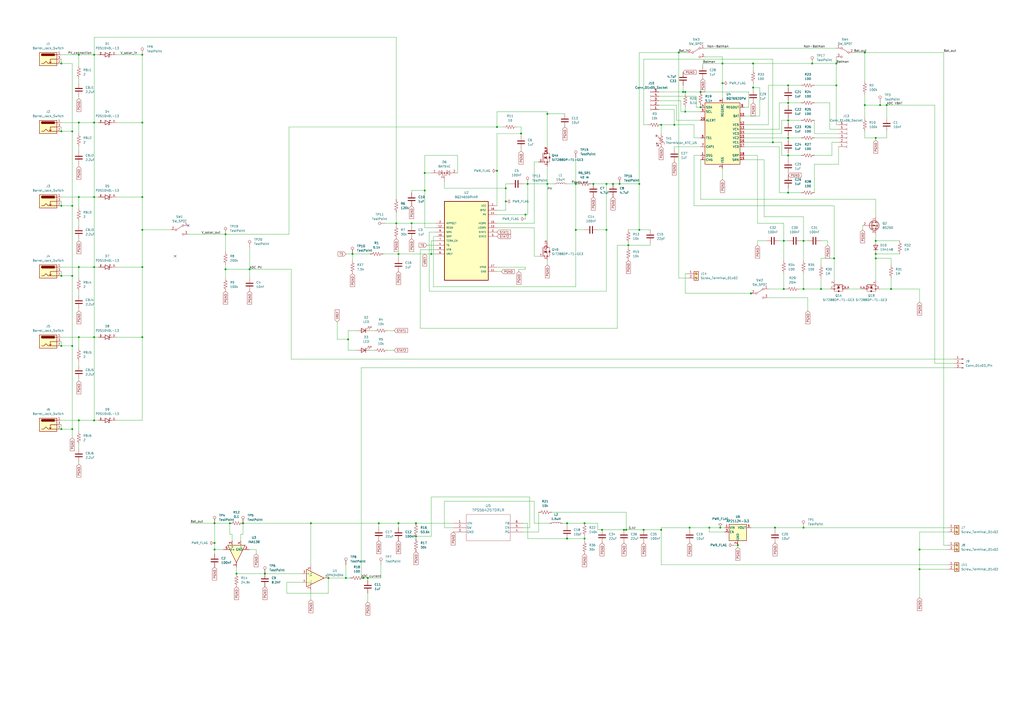
<source format=kicad_sch>
(kicad_sch (version 20230121) (generator eeschema)
  (paper "A2")
  (title_block (title "Solar harvesting and voltage regulation") (date "2024-03-14") (rev "0") (company "LabECO"))
  (junction (at 41.91 76.2))
  (junction (at 363.22 307.34))
  (junction (at 466.09 139.7))
  (junction (at 361.95 307.34))
  (junction (at 54.61 195.58))
  (junction (at 201.93 196.85))
  (junction (at 180.34 303.53))
  (junction (at 471.17 36.83))
  (junction (at 448.31 82.55))
  (junction (at 45.72 195.58))
  (junction (at 241.3 303.53))
  (junction (at 45.72 71.12))
  (junction (at 213.36 335.28))
  (junction (at 35.56 248.92))
  (junction (at 397.51 53.34))
  (junction (at 508 149.86))
  (junction (at 35.56 36.83))
  (junction (at 82.55 114.3))
  (junction (at 419.1 36.83))
  (junction (at 238.76 129.54))
  (junction (at 391.16 72.39))
  (junction (at 246.38 110.49))
  (junction (at 45.72 31.75))
  (junction (at 231.14 147.32))
  (junction (at 406.4 62.23))
  (junction (at 41.91 119.38))
  (junction (at 339.09 312.42))
  (junction (at 359.41 106.68))
  (junction (at 383.54 72.39))
  (junction (at 411.48 306.07))
  (junction (at 304.8 124.46))
  (junction (at 124.46 303.53))
  (junction (at 396.24 53.34))
  (junction (at 210.82 335.28))
  (junction (at 82.55 71.12))
  (junction (at 419.1 48.26))
  (junction (at 41.91 200.66))
  (junction (at 35.56 200.66))
  (junction (at 306.07 106.68))
  (junction (at 35.56 119.38))
  (junction (at 45.72 114.3))
  (junction (at 485.14 36.83))
  (junction (at 516.89 167.64))
  (junction (at 483.87 149.86))
  (junction (at 82.55 195.58))
  (junction (at 328.93 303.53))
  (junction (at 190.5 335.28))
  (junction (at 82.55 31.75))
  (junction (at 246.38 100.33))
  (junction (at 373.38 307.34))
  (junction (at 435.61 170.18))
  (junction (at 130.81 135.89))
  (junction (at 457.2 90.17))
  (junction (at 41.91 160.02))
  (junction (at 54.61 114.3))
  (junction (at 339.09 303.53))
  (junction (at 293.37 116.84))
  (junction (at 393.7 30.48))
  (junction (at 344.17 106.68))
  (junction (at 400.05 306.07))
  (junction (at 241.3 311.15))
  (junction (at 454.66 167.64))
  (junction (at 219.71 303.53))
  (junction (at 231.14 303.53))
  (junction (at 370.84 106.68))
  (junction (at 508 139.7))
  (junction (at 397.51 64.77))
  (junction (at 293.37 109.22))
  (junction (at 45.72 154.94))
  (junction (at 204.47 147.32))
  (junction (at 466.09 167.64))
  (junction (at 417.83 306.07))
  (junction (at 302.26 77.47))
  (junction (at 45.72 243.84))
  (junction (at 383.54 307.34))
  (junction (at 457.2 111.76))
  (junction (at 229.87 129.54))
  (junction (at 351.79 106.68))
  (junction (at 288.29 99.06))
  (junction (at 457.2 49.53))
  (junction (at 457.2 59.69))
  (junction (at 35.56 160.02))
  (junction (at 514.35 60.96))
  (junction (at 41.91 248.92))
  (junction (at 349.25 307.34))
  (junction (at 317.5 66.04))
  (junction (at 457.2 69.85))
  (junction (at 508 80.01))
  (junction (at 200.66 335.28))
  (junction (at 427.99 316.23))
  (junction (at 317.5 106.68))
  (junction (at 334.01 133.35))
  (junction (at 54.61 71.12))
  (junction (at 454.66 139.7))
  (junction (at 476.25 167.64))
  (junction (at 124.46 318.77))
  (junction (at 351.79 133.35))
  (junction (at 501.65 30.48))
  (junction (at 54.61 154.94))
  (junction (at 436.88 36.83))
  (junction (at 35.56 76.2))
  (junction (at 54.61 243.84))
  (junction (at 449.58 306.07))
  (junction (at 140.97 303.53))
  (junction (at 533.4 330.2))
  (junction (at 510.54 60.96))
  (junction (at 355.6 106.68))
  (junction (at 153.67 332.74))
  (junction (at 501.65 60.96))
  (junction (at 508 147.32))
  (junction (at 436.88 50.8))
  (junction (at 124.46 314.96))
  (junction (at 144.78 156.21))
  (junction (at 485.14 49.53))
  (junction (at 457.2 80.01))
  (junction (at 133.35 303.53))
  (junction (at 288.29 73.66))
  (junction (at 466.09 306.07))
  (junction (at 533.4 318.77))
  (junction (at 370.84 133.35))
  (junction (at 54.61 31.75))
  (junction (at 334.01 106.68))
  (junction (at 130.81 156.21))
  (junction (at 82.55 154.94))
  (junction (at 250.19 147.32))
  (junction (at 82.55 133.35))
  (junction (at 406.4 53.34))
  (junction (at 328.93 312.42))
  (junction (at 137.16 332.74))
  (junction (at 364.49 142.24))
  (no_connect (at 109.22 130.81))
  (no_connect (at 101.6 148.59))
  (wire (pts (xy 300.99 157.48) (xy 300.99 156.21)))
  (wire (pts (xy 383.54 72.39) (xy 383.54 77.47)))
  (wire (pts (xy 35.56 31.75) (xy 45.72 31.75)))
  (wire (pts (xy 133.35 309.88) (xy 133.35 303.53)))
  (wire (pts (xy 110.49 303.53) (xy 124.46 303.53)))
  (wire (pts (xy 229.87 129.54) (xy 229.87 130.81)))
  (wire (pts (xy 166.37 337.82) (xy 166.37 344.17)))
  (wire (pts (xy 251.46 166.37) (xy 334.01 166.37)))
  (wire (pts (xy 393.7 30.48) (xy 393.7 161.29)))
  (wire (pts (xy 445.77 172.72) (xy 468.63 172.72)))
  (wire (pts (xy 373.38 34.29) (xy 373.38 72.39)))
  (wire (pts (xy 312.42 308.61) (xy 312.42 297.18)))
  (wire (pts (xy 54.61 195.58) (xy 54.61 243.84)))
  (wire (pts (xy 397.51 64.77) (xy 406.4 64.77)))
  (wire (pts (xy 431.8 90.17) (xy 439.42 90.17)))
  (wire (pts (xy 406.4 69.85) (xy 392.43 69.85)))
  (wire (pts (xy 317.5 151.13) (xy 317.5 153.67)))
  (wire (pts (xy 41.91 76.2) (xy 41.91 36.83)))
  (wire (pts (xy 501.65 60.96) (xy 510.54 60.96)))
  (wire (pts (xy 448.31 34.29) (xy 373.38 34.29)))
  (wire (pts (xy 464.82 139.7) (xy 466.09 139.7)))
  (wire (pts (xy 257.81 109.22) (xy 293.37 109.22)))
  (wire (pts (xy 231.14 303.53) (xy 231.14 306.07)))
  (wire (pts (xy 406.4 85.09) (xy 391.16 85.09)))
  (wire (pts (xy 130.81 156.21) (xy 144.78 156.21)))
  (wire (pts (xy 168.91 208.28) (xy 553.72 208.28)))
  (wire (pts (xy 214.63 191.77) (xy 217.17 191.77)))
  (wire (pts (xy 200.66 327.66) (xy 200.66 335.28)))
  (wire (pts (xy 303.53 106.68) (xy 306.07 106.68)))
  (wire (pts (xy 486.41 95.25) (xy 486.41 85.09)))
  (wire (pts (xy 153.67 332.74) (xy 175.26 332.74)))
  (wire (pts (xy 54.61 71.12) (xy 54.61 114.3)))
  (wire (pts (xy 45.72 95.25) (xy 45.72 96.52)))
  (wire (pts (xy 533.4 318.77) (xy 549.91 318.77)))
  (wire (pts (xy 45.72 128.27) (xy 45.72 130.81)))
  (wire (pts (xy 472.44 80.01) (xy 486.41 80.01)))
  (wire (pts (xy 195.58 196.85) (xy 201.93 196.85)))
  (wire (pts (xy 328.93 303.53) (xy 339.09 303.53)))
  (wire (pts (xy 457.2 69.85) (xy 464.82 69.85)))
  (wire (pts (xy 406.4 60.96) (xy 406.4 62.23)))
  (wire (pts (xy 54.61 114.3) (xy 54.61 154.94)))
  (wire (pts (xy 35.56 71.12) (xy 45.72 71.12)))
  (wire (pts (xy 309.88 93.98) (xy 312.42 93.98)))
  (wire (pts (xy 358.14 142.24) (xy 364.49 142.24)))
  (wire (pts (xy 472.44 59.69) (xy 481.33 59.69)))
  (wire (pts (xy 351.79 106.68) (xy 351.79 133.35)))
  (wire (pts (xy 472.44 49.53) (xy 485.14 49.53)))
  (wire (pts (xy 457.2 80.01) (xy 457.2 81.28)))
  (wire (pts (xy 302.26 77.47) (xy 288.29 77.47)))
  (wire (pts (xy 407.67 36.83) (xy 419.1 36.83)))
  (wire (pts (xy 363.22 297.18) (xy 363.22 307.34)))
  (wire (pts (xy 326.39 303.53) (xy 328.93 303.53)))
  (wire (pts (xy 396.24 53.34) (xy 396.24 49.53)))
  (wire (pts (xy 220.98 327.66) (xy 220.98 335.28)))
  (wire (pts (xy 67.31 195.58) (xy 82.55 195.58)))
  (wire (pts (xy 309.88 290.83) (xy 309.88 303.53)))
  (wire (pts (xy 265.43 90.17) (xy 246.38 90.17)))
  (wire (pts (xy 361.95 307.34) (xy 363.22 307.34)))
  (wire (pts (xy 140.97 309.88) (xy 140.97 303.53)))
  (wire (pts (xy 238.76 110.49) (xy 238.76 111.76)))
  (wire (pts (xy 299.72 73.66) (xy 302.26 73.66)))
  (wire (pts (xy 472.44 95.25) (xy 486.41 95.25)))
  (wire (pts (xy 334.01 133.35) (xy 339.09 133.35)))
  (wire (pts (xy 82.55 31.75) (xy 82.55 71.12)))
  (wire (pts (xy 407.67 38.1) (xy 407.67 36.83)))
  (wire (pts (xy 54.61 243.84) (xy 57.15 243.84)))
  (wire (pts (xy 35.56 116.84) (xy 35.56 119.38)))
  (wire (pts (xy 448.31 82.55) (xy 453.39 82.55)))
  (wire (pts (xy 45.72 243.84) (xy 45.72 250.19)))
  (wire (pts (xy 454.66 139.7) (xy 457.2 139.7)))
  (wire (pts (xy 238.76 129.54) (xy 238.76 130.81)))
  (wire (pts (xy 41.91 248.92) (xy 41.91 254)))
  (wire (pts (xy 508 135.89) (xy 508 139.7)))
  (wire (pts (xy 339.09 311.15) (xy 339.09 312.42)))
  (wire (pts (xy 175.26 337.82) (xy 166.37 337.82)))
  (wire (pts (xy 210.82 335.28) (xy 213.36 335.28)))
  (wire (pts (xy 547.37 30.48) (xy 547.37 316.23)))
  (wire (pts (xy 251.46 137.16) (xy 251.46 166.37)))
  (wire (pts (xy 213.36 335.28) (xy 220.98 335.28)))
  (wire (pts (xy 214.63 203.2) (xy 217.17 203.2)))
  (wire (pts (xy 439.42 139.7) (xy 444.5 139.7)))
  (wire (pts (xy 425.45 316.23) (xy 427.99 316.23)))
  (wire (pts (xy 180.34 303.53) (xy 180.34 327.66)))
  (wire (pts (xy 144.78 143.51) (xy 144.78 156.21)))
  (wire (pts (xy 457.2 100.33) (xy 457.2 101.6)))
  (wire (pts (xy 514.35 60.96) (xy 542.29 60.96)))
  (wire (pts (xy 508 80.01) (xy 514.35 80.01)))
  (wire (pts (xy 67.31 243.84) (xy 82.55 243.84)))
  (wire (pts (xy 516.89 167.64) (xy 533.4 167.64)))
  (wire (pts (xy 514.35 76.2) (xy 514.35 80.01)))
  (wire (pts (xy 288.29 77.47) (xy 288.29 99.06)))
  (wire (pts (xy 252.73 144.78) (xy 243.84 144.78)))
  (wire (pts (xy 383.54 306.07) (xy 383.54 307.34)))
  (wire (pts (xy 408.94 27.94) (xy 485.14 27.94)))
  (wire (pts (xy 448.31 82.55) (xy 448.31 34.29)))
  (wire (pts (xy 35.56 157.48) (xy 35.56 160.02)))
  (wire (pts (xy 45.72 243.84) (xy 54.61 243.84)))
  (wire (pts (xy 45.72 168.91) (xy 45.72 171.45)))
  (wire (pts (xy 204.47 147.32) (xy 204.47 151.13)))
  (wire (pts (xy 293.37 106.68) (xy 295.91 106.68)))
  (wire (pts (xy 547.37 316.23) (xy 549.91 316.23)))
  (wire (pts (xy 516.89 161.29) (xy 516.89 167.64)))
  (wire (pts (xy 466.09 139.7) (xy 466.09 151.13)))
  (wire (pts (xy 257.81 105.41) (xy 257.81 109.22)))
  (wire (pts (xy 431.8 72.39) (xy 445.77 72.39)))
  (wire (pts (xy 35.56 198.12) (xy 35.56 200.66)))
  (wire (pts (xy 383.54 307.34) (xy 383.54 327.66)))
  (wire (pts (xy 306.07 303.53) (xy 306.07 312.42)))
  (wire (pts (xy 393.7 30.48) (xy 398.78 30.48)))
  (wire (pts (xy 406.4 115.57) (xy 508 115.57)))
  (wire (pts (xy 476.25 161.29) (xy 476.25 167.64)))
  (wire (pts (xy 452.12 139.7) (xy 454.66 139.7)))
  (wire (pts (xy 392.43 69.85) (xy 392.43 60.96)))
  (wire (pts (xy 302.26 73.66) (xy 302.26 77.47)))
  (wire (pts (xy 440.69 50.8) (xy 436.88 50.8)))
  (wire (pts (xy 370.84 133.35) (xy 377.19 133.35)))
  (wire (pts (xy 434.34 62.23) (xy 434.34 53.34)))
  (wire (pts (xy 246.38 110.49) (xy 238.76 110.49)))
  (wire (pts (xy 241.3 303.53) (xy 262.89 303.53)))
  (wire (pts (xy 457.2 68.58) (xy 457.2 69.85)))
  (wire (pts (xy 454.66 158.75) (xy 454.66 167.64)))
  (wire (pts (xy 457.2 58.42) (xy 457.2 59.69)))
  (wire (pts (xy 190.5 335.28) (xy 190.5 344.17)))
  (wire (pts (xy 501.65 30.48) (xy 547.37 30.48)))
  (wire (pts (xy 482.6 82.55) (xy 486.41 82.55)))
  (wire (pts (xy 130.81 153.67) (xy 130.81 156.21)))
  (wire (pts (xy 231.14 147.32) (xy 250.19 147.32)))
  (wire (pts (xy 549.91 308.61) (xy 533.4 308.61)))
  (wire (pts (xy 466.09 139.7) (xy 468.63 139.7)))
  (wire (pts (xy 293.37 116.84) (xy 293.37 121.92)))
  (wire (pts (xy 514.35 60.96) (xy 514.35 68.58)))
  (wire (pts (xy 54.61 154.94) (xy 54.61 195.58)))
  (wire (pts (xy 457.2 49.53) (xy 464.82 49.53)))
  (wire (pts (xy 288.29 124.46) (xy 304.8 124.46)))
  (wire (pts (xy 351.79 168.91) (xy 351.79 133.35)))
  (wire (pts (xy 45.72 219.71) (xy 45.72 220.98)))
  (wire (pts (xy 402.59 80.01) (xy 402.59 72.39)))
  (wire (pts (xy 393.7 161.29) (xy 398.78 161.29)))
  (wire (pts (xy 288.29 121.92) (xy 293.37 121.92)))
  (wire (pts (xy 486.41 72.39) (xy 485.14 72.39)))
  (wire (pts (xy 392.43 60.96) (xy 382.27 60.96)))
  (wire (pts (xy 476.25 139.7) (xy 480.06 139.7)))
  (wire (pts (xy 213.36 335.28) (xy 213.36 336.55)))
  (wire (pts (xy 359.41 106.68) (xy 370.84 106.68)))
  (wire (pts (xy 229.87 123.19) (xy 229.87 129.54)))
  (wire (pts (xy 45.72 45.72) (xy 45.72 48.26)))
  (wire (pts (xy 250.19 288.29) (xy 250.19 311.15)))
  (wire (pts (xy 436.88 36.83) (xy 471.17 36.83)))
  (wire (pts (xy 436.88 170.18) (xy 435.61 170.18)))
  (wire (pts (xy 82.55 133.35) (xy 82.55 154.94)))
  (wire (pts (xy 445.77 72.39) (xy 445.77 49.53)))
  (wire (pts (xy 406.4 53.34) (xy 434.34 53.34)))
  (wire (pts (xy 243.84 190.5) (xy 358.14 190.5)))
  (wire (pts (xy 364.49 133.35) (xy 370.84 133.35)))
  (wire (pts (xy 443.23 92.71) (xy 443.23 125.73)))
  (wire (pts (xy 397.51 62.23) (xy 397.51 64.77)))
  (wire (pts (xy 35.56 200.66) (xy 41.91 200.66)))
  (wire (pts (xy 453.39 82.55) (xy 453.39 90.17)))
  (wire (pts (xy 45.72 179.07) (xy 45.72 180.34)))
  (wire (pts (xy 485.14 72.39) (xy 485.14 49.53)))
  (wire (pts (xy 419.1 36.83) (xy 419.1 48.26)))
  (wire (pts (xy 246.38 110.49) (xy 246.38 100.33)))
  (wire (pts (xy 373.38 72.39) (xy 375.92 72.39)))
  (wire (pts (xy 45.72 154.94) (xy 54.61 154.94)))
  (wire (pts (xy 195.58 186.69) (xy 195.58 196.85)))
  (wire (pts (xy 383.54 327.66) (xy 549.91 327.66)))
  (wire (pts (xy 431.8 82.55) (xy 448.31 82.55)))
  (wire (pts (xy 246.38 110.49) (xy 246.38 132.08)))
  (wire (pts (xy 309.88 132.08) (xy 309.88 148.59)))
  (wire (pts (xy 542.29 60.96) (xy 542.29 210.82)))
  (wire (pts (xy 431.8 85.09) (xy 452.12 85.09)))
  (wire (pts (xy 457.2 90.17) (xy 457.2 92.71)))
  (wire (pts (xy 45.72 114.3) (xy 54.61 114.3)))
  (wire (pts (xy 453.39 90.17) (xy 457.2 90.17)))
  (wire (pts (xy 400.05 306.07) (xy 400.05 307.34)))
  (wire (pts (xy 35.56 76.2) (xy 41.91 76.2)))
  (wire (pts (xy 54.61 21.59) (xy 54.61 31.75)))
  (wire (pts (xy 67.31 31.75) (xy 82.55 31.75)))
  (wire (pts (xy 402.59 119.38) (xy 402.59 90.17)))
  (wire (pts (xy 148.59 321.31) (xy 148.59 318.77)))
  (wire (pts (xy 346.71 303.53) (xy 346.71 307.34)))
  (wire (pts (xy 377.19 142.24) (xy 377.19 140.97)))
  (wire (pts (xy 45.72 267.97) (xy 45.72 269.24)))
  (wire (pts (xy 508 139.7) (xy 521.97 139.7)))
  (wire (pts (xy 317.5 106.68) (xy 317.5 140.97)))
  (wire (pts (xy 222.25 147.32) (xy 231.14 147.32)))
  (wire (pts (xy 45.72 114.3) (xy 45.72 120.65)))
  (wire (pts (xy 457.2 59.69) (xy 457.2 60.96)))
  (wire (pts (xy 445.77 167.64) (xy 454.66 167.64)))
  (wire (pts (xy 257.81 290.83) (xy 309.88 290.83)))
  (wire (pts (xy 435.61 170.18) (xy 397.51 170.18)))
  (wire (pts (xy 134.62 309.88) (xy 133.35 309.88)))
  (wire (pts (xy 209.55 335.28) (xy 210.82 335.28)))
  (wire (pts (xy 373.38 307.34) (xy 383.54 307.34)))
  (wire (pts (xy 454.66 167.64) (xy 455.93 167.64)))
  (wire (pts (xy 54.61 71.12) (xy 57.15 71.12)))
  (wire (pts (xy 449.58 306.07) (xy 466.09 306.07)))
  (wire (pts (xy 449.58 306.07) (xy 449.58 307.34)))
  (wire (pts (xy 501.65 54.61) (xy 501.65 60.96)))
  (wire (pts (xy 307.34 288.29) (xy 250.19 288.29)))
  (wire (pts (xy 246.38 90.17) (xy 246.38 100.33)))
  (wire (pts (xy 231.14 147.32) (xy 231.14 149.86)))
  (wire (pts (xy 306.07 106.68) (xy 306.07 124.46)))
  (wire (pts (xy 309.88 148.59) (xy 312.42 148.59)))
  (wire (pts (xy 476.25 153.67) (xy 476.25 149.86)))
  (wire (pts (xy 457.2 69.85) (xy 457.2 71.12)))
  (wire (pts (xy 35.56 154.94) (xy 45.72 154.94)))
  (wire (pts (xy 180.34 303.53) (xy 219.71 303.53)))
  (wire (pts (xy 457.2 59.69) (xy 464.82 59.69)))
  (wire (pts (xy 436.88 36.83) (xy 436.88 40.64)))
  (wire (pts (xy 35.56 73.66) (xy 35.56 76.2)))
  (wire (pts (xy 501.65 30.48) (xy 501.65 46.99)))
  (wire (pts (xy 144.78 318.77) (xy 148.59 318.77)))
  (wire (pts (xy 54.61 21.59) (xy 229.87 21.59)))
  (wire (pts (xy 431.8 77.47) (xy 453.39 77.47)))
  (wire (pts (xy 403.86 62.23) (xy 403.86 55.88)))
  (wire (pts (xy 472.44 90.17) (xy 482.6 90.17)))
  (wire (pts (xy 317.5 106.68) (xy 321.31 106.68)))
  (wire (pts (xy 288.29 73.66) (xy 292.1 73.66)))
  (wire (pts (xy 370.84 30.48) (xy 393.7 30.48)))
  (wire (pts (xy 45.72 257.81) (xy 45.72 260.35)))
  (wire (pts (xy 439.42 90.17) (xy 439.42 129.54)))
  (wire (pts (xy 35.56 195.58) (xy 45.72 195.58)))
  (wire (pts (xy 391.16 63.5) (xy 382.27 63.5)))
  (wire (pts (xy 391.16 63.5) (xy 391.16 72.39)))
  (wire (pts (xy 516.89 149.86) (xy 508 149.86)))
  (wire (pts (xy 243.84 144.78) (xy 243.84 190.5)))
  (wire (pts (xy 382.27 53.34) (xy 396.24 53.34)))
  (wire (pts (xy 391.16 72.39) (xy 383.54 72.39)))
  (wire (pts (xy 431.8 74.93) (xy 452.12 74.93)))
  (wire (pts (xy 45.72 195.58) (xy 45.72 201.93)))
  (wire (pts (xy 328.93 312.42) (xy 339.09 312.42)))
  (wire (pts (xy 35.56 160.02) (xy 41.91 160.02)))
  (wire (pts (xy 334.01 91.44) (xy 334.01 106.68)))
  (wire (pts (xy 411.48 306.07) (xy 411.48 308.61)))
  (wire (pts (xy 339.09 312.42) (xy 339.09 313.69)))
  (wire (pts (xy 553.72 213.36) (xy 209.55 213.36)))
  (wire (pts (xy 480.06 139.7) (xy 480.06 142.24)))
  (wire (pts (xy 501.65 60.96) (xy 501.65 68.58)))
  (wire (pts (xy 452.12 111.76) (xy 452.12 85.09)))
  (wire (pts (xy 317.5 66.04) (xy 327.66 66.04)))
  (wire (pts (xy 476.25 149.86) (xy 483.87 149.86)))
  (wire (pts (xy 180.34 342.9) (xy 180.34 347.98)))
  (wire (pts (xy 406.4 92.71) (xy 406.4 115.57)))
  (wire (pts (xy 397.51 53.34) (xy 397.51 54.61)))
  (wire (pts (xy 495.3 30.48) (xy 501.65 30.48)))
  (wire (pts (xy 304.8 124.46) (xy 306.07 124.46)))
  (wire (pts (xy 247.65 142.24) (xy 252.73 142.24)))
  (wire (pts (xy 137.16 328.93) (xy 137.16 332.74)))
  (wire (pts (xy 510.54 167.64) (xy 516.89 167.64)))
  (wire (pts (xy 431.8 67.31) (xy 440.69 67.31)))
  (wire (pts (xy 200.66 147.32) (xy 204.47 147.32)))
  (wire (pts (xy 508 147.32) (xy 508 149.86)))
  (wire (pts (xy 262.89 306.07) (xy 257.81 306.07)))
  (wire (pts (xy 533.4 330.2) (xy 549.91 330.2)))
  (wire (pts (xy 335.28 106.68) (xy 334.01 106.68)))
  (wire (pts (xy 457.2 80.01) (xy 464.82 80.01)))
  (wire (pts (xy 223.52 129.54) (xy 229.87 129.54)))
  (wire (pts (xy 457.2 111.76) (xy 457.2 109.22)))
  (wire (pts (xy 466.09 158.75) (xy 466.09 167.64)))
  (wire (pts (xy 238.76 129.54) (xy 229.87 129.54)))
  (wire (pts (xy 440.69 67.31) (xy 440.69 50.8)))
  (wire (pts (xy 317.5 66.04) (xy 317.5 64.77)))
  (wire (pts (xy 139.7 313.69) (xy 139.7 309.88)))
  (wire (pts (xy 419.1 48.26) (xy 419.1 57.15)))
  (wire (pts (xy 224.79 191.77) (xy 228.6 191.77)))
  (wire (pts (xy 137.16 332.74) (xy 153.67 332.74)))
  (wire (pts (xy 533.4 175.26) (xy 533.4 167.64)))
  (wire (pts (xy 54.61 195.58) (xy 57.15 195.58)))
  (wire (pts (xy 485.14 36.83) (xy 485.14 49.53)))
  (wire (pts (xy 533.4 308.61) (xy 533.4 318.77)))
  (wire (pts (xy 419.1 36.83) (xy 436.88 36.83)))
  (wire (pts (xy 400.05 306.07) (xy 411.48 306.07)))
  (wire (pts (xy 219.71 303.53) (xy 231.14 303.53)))
  (wire (pts (xy 419.1 104.14) (xy 419.1 97.79)))
  (wire (pts (xy 231.14 303.53) (xy 241.3 303.53)))
  (wire (pts (xy 453.39 69.85) (xy 457.2 69.85)))
  (wire (pts (xy 363.22 307.34) (xy 373.38 307.34)))
  (wire (pts (xy 364.49 142.24) (xy 364.49 143.51)))
  (wire (pts (xy 35.56 114.3) (xy 45.72 114.3)))
  (wire (pts (xy 265.43 100.33) (xy 265.43 90.17)))
  (wire (pts (xy 443.23 125.73) (xy 466.09 125.73)))
  (wire (pts (xy 514.35 60.96) (xy 510.54 60.96)))
  (wire (pts (xy 67.31 71.12) (xy 82.55 71.12)))
  (wire (pts (xy 45.72 209.55) (xy 45.72 212.09)))
  (wire (pts (xy 402.59 72.39) (xy 391.16 72.39)))
  (wire (pts (xy 466.09 306.07) (xy 549.91 306.07)))
  (wire (pts (xy 396.24 53.34) (xy 397.51 53.34)))
  (wire (pts (xy 207.01 203.2) (xy 201.93 203.2)))
  (wire (pts (xy 457.2 90.17) (xy 464.82 90.17)))
  (wire (pts (xy 293.37 106.68) (xy 293.37 109.22)))
  (wire (pts (xy 501.65 76.2) (xy 501.65 80.01)))
  (wire (pts (xy 250.19 139.7) (xy 250.19 147.32)))
  (wire (pts (xy 200.66 335.28) (xy 190.5 335.28)))
  (wire (pts (xy 419.1 33.02) (xy 408.94 33.02)))
  (wire (pts (xy 485.14 33.02) (xy 485.14 36.83)))
  (wire (pts (xy 248.92 168.91) (xy 351.79 168.91)))
  (wire (pts (xy 334.01 166.37) (xy 334.01 133.35)))
  (wire (pts (xy 35.56 243.84) (xy 45.72 243.84)))
  (wire (pts (xy 457.2 78.74) (xy 457.2 80.01)))
  (wire (pts (xy 317.5 96.52) (xy 317.5 106.68)))
  (wire (pts (xy 344.17 106.68) (xy 351.79 106.68)))
  (wire (pts (xy 252.73 134.62) (xy 248.92 134.62)))
  (wire (pts (xy 41.91 200.66) (xy 41.91 160.02)))
  (wire (pts (xy 303.53 303.53) (xy 306.07 303.53)))
  (wire (pts (xy 109.22 135.89) (xy 130.81 135.89)))
  (wire (pts (xy 288.29 129.54) (xy 309.88 129.54)))
  (wire (pts (xy 508 115.57) (xy 508 125.73)))
  (wire (pts (xy 41.91 248.92) (xy 41.91 200.66)))
  (wire (pts (xy 483.87 162.56) (xy 483.87 149.86)))
  (wire (pts (xy 45.72 71.12) (xy 45.72 77.47)))
  (wire (pts (xy 124.46 318.77) (xy 124.46 321.31)))
  (wire (pts (xy 454.66 139.7) (xy 454.66 129.54)))
  (wire (pts (xy 201.93 196.85) (xy 201.93 191.77)))
  (wire (pts (xy 303.53 306.07) (xy 307.34 306.07)))
  (wire (pts (xy 349.25 307.34) (xy 361.95 307.34)))
  (wire (pts (xy 130.81 135.89) (xy 130.81 146.05)))
  (wire (pts (xy 82.55 154.94) (xy 82.55 195.58)))
  (wire (pts (xy 417.83 306.07) (xy 420.37 306.07)))
  (wire (pts (xy 250.19 311.15) (xy 241.3 311.15)))
  (wire (pts (xy 483.87 149.86) (xy 483.87 119.38)))
  (wire (pts (xy 213.36 344.17) (xy 213.36 349.25)))
  (wire (pts (xy 533.4 318.77) (xy 533.4 330.2)))
  (wire (pts (xy 403.86 62.23) (xy 406.4 62.23)))
  (wire (pts (xy 130.81 135.89) (xy 167.64 135.89)))
  (wire (pts (xy 304.8 154.94) (xy 304.8 156.21)))
  (wire (pts (xy 445.77 49.53) (xy 457.2 49.53)))
  (wire (pts (xy 309.88 303.53) (xy 318.77 303.53)))
  (wire (pts (xy 355.6 106.68) (xy 359.41 106.68)))
  (wire (pts (xy 201.93 203.2) (xy 201.93 196.85)))
  (wire (pts (xy 471.17 36.83) (xy 485.14 36.83)))
  (wire (pts (xy 420.37 308.61) (xy 411.48 308.61)))
  (wire (pts (xy 431.8 62.23) (xy 434.34 62.23)))
  (wire (pts (xy 427.99 316.23) (xy 427.99 317.5)))
  (wire (pts (xy 229.87 115.57) (xy 229.87 21.59)))
  (wire (pts (xy 45.72 31.75) (xy 45.72 38.1)))
  (wire (pts (xy 346.71 307.34) (xy 349.25 307.34)))
  (wire (pts (xy 288.29 99.06) (xy 288.29 119.38)))
  (wire (pts (xy 302.26 77.47) (xy 302.26 78.74)))
  (wire (pts (xy 391.16 85.09) (xy 391.16 86.36)))
  (wire (pts (xy 257.81 306.07) (xy 257.81 290.83)))
  (wire (pts (xy 406.4 80.01) (xy 402.59 80.01)))
  (wire (pts (xy 41.91 36.83) (xy 35.56 36.83)))
  (wire (pts (xy 303.53 308.61) (xy 312.42 308.61)))
  (wire (pts (xy 394.97 58.42) (xy 382.27 58.42)))
  (wire (pts (xy 246.38 132.08) (xy 252.73 132.08)))
  (wire (pts (xy 500.38 130.81) (xy 500.38 133.35)))
  (wire (pts (xy 45.72 195.58) (xy 54.61 195.58)))
  (wire (pts (xy 304.8 124.46) (xy 304.8 127)))
  (wire (pts (xy 317.5 66.04) (xy 317.5 86.36)))
  (wire (pts (xy 45.72 154.94) (xy 45.72 161.29)))
  (wire (pts (xy 82.55 71.12) (xy 82.55 114.3)))
  (wire (pts (xy 293.37 109.22) (xy 293.37 116.84)))
  (wire (pts (xy 457.2 88.9) (xy 457.2 90.17)))
  (wire (pts (xy 397.51 64.77) (xy 394.97 64.77)))
  (wire (pts (xy 201.93 191.77) (xy 207.01 191.77)))
  (wire (pts (xy 397.51 158.75) (xy 398.78 158.75)))
  (wire (pts (xy 472.44 77.47) (xy 486.41 77.47)))
  (wire (pts (xy 542.29 210.82) (xy 553.72 210.82)))
  (wire (pts (xy 491.49 167.64) (xy 500.38 167.64)))
  (wire (pts (xy 342.9 106.68) (xy 344.17 106.68)))
  (wire (pts (xy 466.09 167.64) (xy 476.25 167.64)))
  (wire (pts (xy 35.56 119.38) (xy 41.91 119.38)))
  (wire (pts (xy 45.72 85.09) (xy 45.72 87.63)))
  (wire (pts (xy 397.51 53.34) (xy 406.4 53.34)))
  (wire (pts (xy 482.6 90.17) (xy 482.6 82.55)))
  (wire (pts (xy 508 80.01) (xy 508 81.28)))
  (wire (pts (xy 466.09 125.73) (xy 466.09 139.7)))
  (wire (pts (xy 364.49 140.97) (xy 364.49 142.24)))
  (wire (pts (xy 45.72 55.88) (xy 45.72 57.15)))
  (wire (pts (xy 300.99 156.21) (xy 304.8 156.21)))
  (wire (pts (xy 452.12 59.69) (xy 457.2 59.69)))
  (wire (pts (xy 463.55 167.64) (xy 466.09 167.64)))
  (wire (pts (xy 54.61 114.3) (xy 57.15 114.3)))
  (wire (pts (xy 54.61 154.94) (xy 57.15 154.94)))
  (wire (pts (xy 248.92 134.62) (xy 248.92 168.91)))
  (wire (pts (xy 219.71 303.53) (xy 219.71 306.07)))
  (wire (pts (xy 508 149.86) (xy 508 162.56)))
  (wire (pts (xy 452.12 74.93) (xy 452.12 59.69)))
  (wire (pts (xy 140.97 303.53) (xy 180.34 303.53)))
  (wire (pts (xy 139.7 309.88) (xy 140.97 309.88)))
  (wire (pts (xy 288.29 154.94) (xy 304.8 154.94)))
  (wire (pts (xy 246.38 100.33) (xy 250.19 100.33)))
  (wire (pts (xy 351.79 106.68) (xy 355.6 106.68)))
  (wire (pts (xy 533.4 330.2) (xy 533.4 346.71)))
  (wire (pts (xy 130.81 156.21) (xy 130.81 161.29)))
  (wire (pts (xy 468.63 180.34) (xy 468.63 172.72)))
  (wire (pts (xy 45.72 71.12) (xy 54.61 71.12)))
  (wire (pts (xy 302.26 87.63) (xy 302.26 86.36)))
  (wire (pts (xy 35.56 246.38) (xy 35.56 248.92)))
  (wire (pts (xy 436.88 50.8) (xy 436.88 52.07)))
  (wire (pts (xy 516.89 149.86) (xy 516.89 153.67)))
  (wire (pts (xy 370.84 133.35) (xy 370.84 106.68)))
  (wire (pts (xy 166.37 344.17) (xy 190.5 344.17)))
  (wire (pts (xy 452.12 111.76) (xy 457.2 111.76)))
  (wire (pts (xy 67.31 154.94) (xy 82.55 154.94)))
  (wire (pts (xy 288.29 132.08) (xy 309.88 132.08)))
  (wire (pts (xy 339.09 303.53) (xy 346.71 303.53)))
  (wire (pts (xy 472.44 111.76) (xy 472.44 95.25)))
  (wire (pts (xy 510.54 59.69) (xy 510.54 60.96)))
  (wire (pts (xy 200.66 335.28) (xy 203.2 335.28)))
  (wire (pts (xy 383.54 306.07) (xy 400.05 306.07)))
  (wire (pts (xy 411.48 306.07) (xy 417.83 306.07)))
  (wire (pts (xy 82.55 114.3) (xy 82.55 133.35)))
  (wire (pts (xy 476.25 167.64) (xy 481.33 167.64)))
  (wire (pts (xy 209.55 213.36) (xy 209.55 335.28)))
  (wire (pts (xy 124.46 318.77) (xy 124.46 314.96)))
  (wire (pts (xy 124.46 314.96) (xy 124.46 303.53)))
  (wire (pts (xy 82.55 195.58) (xy 82.55 243.84)))
  (wire (pts (xy 364.49 142.24) (xy 377.19 142.24)))
  (wire (pts (xy 288.29 64.77) (xy 288.29 73.66)))
  (wire (pts (xy 288.29 157.48) (xy 290.83 157.48)))
  (wire (pts (xy 168.91 156.21) (xy 168.91 208.28)))
  (wire (pts (xy 481.33 59.69) (xy 481.33 74.93)))
  (wire (pts (xy 41.91 160.02) (xy 41.91 119.38)))
  (wire (pts (xy 457.2 49.53) (xy 457.2 50.8)))
  (wire (pts (xy 397.51 158.75) (xy 397.51 170.18)))
  (wire (pts (xy 124.46 303.53) (xy 133.35 303.53)))
  (wire (pts (xy 435.61 306.07) (xy 449.58 306.07)))
  (wire (pts (xy 134.62 313.69) (xy 134.62 309.88)))
  (wire (pts (xy 309.88 93.98) (xy 309.88 129.54)))
  (wire (pts (xy 252.73 147.32) (xy 250.19 147.32)))
  (wire (pts (xy 419.1 36.83) (xy 419.1 33.02)))
  (wire (pts (xy 454.66 129.54) (xy 439.42 129.54)))
  (wire (pts (xy 250.19 139.7) (xy 252.73 139.7)))
  (wire (pts (xy 54.61 31.75) (xy 54.61 71.12)))
  (wire (pts (xy 129.54 318.77) (xy 124.46 318.77)))
  (wire (pts (xy 402.59 90.17) (xy 406.4 90.17)))
  (wire (pts (xy 54.61 31.75) (xy 57.15 31.75)))
  (wire (pts (xy 306.07 106.68) (xy 317.5 106.68)))
  (wire (pts (xy 41.91 119.38) (xy 41.91 76.2)))
  (wire (pts (xy 144.78 156.21) (xy 144.78 161.29)))
  (wire (pts (xy 431.8 80.01) (xy 457.2 80.01)))
  (wire (pts (xy 454.66 151.13) (xy 454.66 139.7)))
  (wire (pts (xy 328.93 303.53) (xy 328.93 304.8)))
  (wire (pts (xy 241.3 311.15) (xy 241.3 312.42)))
  (wire (pts (xy 431.8 92.71) (xy 443.23 92.71)))
  (wire (pts (xy 45.72 138.43) (xy 45.72 139.7)))
  (wire (pts (xy 334.01 106.68) (xy 334.01 133.35)))
  (wire (pts (xy 167.64 73.66) (xy 167.64 135.89)))
  (wire (pts (xy 45.72 31.75) (xy 54.61 31.75)))
  (wire (pts (xy 204.47 147.32) (xy 214.63 147.32)))
  (wire (pts (xy 306.07 312.42) (xy 328.93 312.42)))
  (wire (pts (xy 35.56 248.92) (xy 41.91 248.92)))
  (wire (pts (xy 251.46 137.16) (xy 252.73 137.16)))
  (wire (pts (xy 403.86 55.88) (xy 382.27 55.88)))
  (wire (pts (xy 320.04 297.18) (xy 363.22 297.18)))
  (wire (pts (xy 346.71 133.35) (xy 351.79 133.35)))
  (wire (pts (xy 508 147.32) (xy 521.97 147.32)))
  (wire (pts (xy 436.88 50.8) (xy 436.88 48.26)))
  (wire (pts (xy 439.42 142.24) (xy 439.42 139.7)))
  (wire (pts (xy 453.39 77.47) (xy 453.39 69.85)))
  (wire (pts (xy 328.93 106.68) (xy 334.01 106.68)))
  (wire (pts (xy 307.34 288.29) (xy 307.34 306.07)))
  (wire (pts (xy 483.87 119.38) (xy 402.59 119.38)))
  (wire (pts (xy 501.65 80.01) (xy 508 80.01)))
  (wire (pts (xy 224.79 203.2) (xy 228.6 203.2)))
  (wire (pts (xy 238.76 129.54) (xy 252.73 129.54)))
  (wire (pts (xy 481.33 74.93) (xy 486.41 74.93)))
  (wire (pts (xy 358.14 190.5) (xy 358.14 142.24)))
  (wire (pts (xy 394.97 64.77) (xy 394.97 58.42)))
  (wire (pts (xy 82.55 133.35) (xy 99.06 133.35)))
  (wire (pts (xy 472.44 69.85) (xy 472.44 77.47)))
  (wire (pts (xy 317.5 64.77) (xy 288.29 64.77)))
  (wire (pts (xy 35.56 34.29) (xy 35.56 36.83)))
  (wire (pts (xy 464.82 111.76) (xy 457.2 111.76)))
  (wire (pts (xy 67.31 114.3) (xy 82.55 114.3)))
  (wire (pts (xy 144.78 156.21) (xy 168.91 156.21)))
  (wire (pts (xy 167.64 73.66) (xy 288.29 73.66)))
  (wire (pts (xy 370.84 30.48) (xy 370.84 106.68)))
  (label "PH" (at 317.5 110.49 0))
  (label "Non-Batman" (at 466.09 27.94 0))
  (label "3.4V" (at 364.49 307.34 0))
  (label "Batman" (at 407.67 36.83 0))
  (label "ADC current" (at 209.55 335.28 0))
  (label "Bat_out" (at 110.49 303.53 0))
  (label "Bat_out" (at 547.37 30.48 0))
  (label "V_solar_in" (at 69.85 31.75 0))
  (label "ADC PV" (at 144.78 156.21 0))
  (label "ADC VBAT" (at 514.35 60.96 0))
  (label "Batman" (at 485.14 36.83 0))
  (label "Power_out" (at 331.47 106.68 0))
  (label "Bat_in" (at 393.7 30.48 0))
  (label "PV_connection" (at 39.37 31.75 0))
  (label "V_solar_out" (at 116.84 135.89 0))
  (label "Bat_out" (at 495.3 30.48 0))
  (label "Non-Batman" (at 410.21 27.94 0))
  (global_label "PGND" (shape input) (at 339.09 321.31 270) (property "Intersheetrefs" "${INTERSHEET_REFS}" (effects hide)))
  (global_label "STAT2" (shape input) (at 228.6 203.2 0) (property "Intersheetrefs" "${INTERSHEET_REFS}" (effects hide)))
  (global_label "PGND" (shape input) (at 436.88 59.69 270) (property "Intersheetrefs" "${INTERSHEET_REFS}" (effects hide)))
  (global_label "PGND" (shape input) (at 262.89 308.61 270) (property "Intersheetrefs" "${INTERSHEET_REFS}" (effects hide)))
  (global_label "PGND" (shape input) (at 508 81.28 270) (property "Intersheetrefs" "${INTERSHEET_REFS}" (effects hide)))
  (global_label "PGND" (shape input) (at 400.05 314.96 270) (property "Intersheetrefs" "${INTERSHEET_REFS}" (effects hide)))
  (global_label "PGND" (shape input) (at 241.3 320.04 270) (property "Intersheetrefs" "${INTERSHEET_REFS}" (effects hide)))
  (global_label "PGND" (shape input) (at 355.6 114.3 270) (property "Intersheetrefs" "${INTERSHEET_REFS}" (effects hide)))
  (global_label "PGND" (shape input) (at 45.72 57.15 270) (property "Intersheetrefs" "${INTERSHEET_REFS}" (effects hide)))
  (global_label "PGND" (shape input) (at 300.99 157.48 270) (property "Intersheetrefs" "${INTERSHEET_REFS}" (effects hide)))
  (global_label "PGND" (shape input) (at 383.54 85.09 270) (property "Intersheetrefs" "${INTERSHEET_REFS}" (effects hide)))
  (global_label "VREF" (shape input) (at 195.58 186.69 90) (property "Intersheetrefs" "${INTERSHEET_REFS}" (effects hide)))
  (global_label "PGND" (shape input) (at 500.38 133.35 270) (property "Intersheetrefs" "${INTERSHEET_REFS}" (effects hide)))
  (global_label "PGND" (shape input) (at 231.14 313.69 270) (property "Intersheetrefs" "${INTERSHEET_REFS}" (effects hide)))
  (global_label "PGND" (shape input) (at 231.14 157.48 270) (property "Intersheetrefs" "${INTERSHEET_REFS}" (effects hide)))
  (global_label "PGND" (shape input) (at 327.66 73.66 270) (property "Intersheetrefs" "${INTERSHEET_REFS}" (effects hide)))
  (global_label "PGND" (shape input) (at 45.72 139.7 270) (property "Intersheetrefs" "${INTERSHEET_REFS}" (effects hide)))
  (global_label "PGND" (shape input) (at 137.16 340.36 270) (property "Intersheetrefs" "${INTERSHEET_REFS}" (effects hide)))
  (global_label "PGND" (shape input) (at 238.76 138.43 270) (property "Intersheetrefs" "${INTERSHEET_REFS}" (effects hide)))
  (global_label "PGND" (shape input) (at 419.1 104.14 270) (property "Intersheetrefs" "${INTERSHEET_REFS}" (effects hide)))
  (global_label "PGND" (shape input) (at 407.67 45.72 270) (property "Intersheetrefs" "${INTERSHEET_REFS}" (effects hide)))
  (global_label "TS" (shape input) (at 247.65 142.24 180) (property "Intersheetrefs" "${INTERSHEET_REFS}" (effects hide)))
  (global_label "PGND" (shape input) (at 124.46 328.93 270) (property "Intersheetrefs" "${INTERSHEET_REFS}" (effects hide)))
  (global_label "PGND" (shape input) (at 45.72 220.98 270) (property "Intersheetrefs" "${INTERSHEET_REFS}" (effects hide)))
  (global_label "PGND" (shape input) (at 468.63 180.34 270) (property "Intersheetrefs" "${INTERSHEET_REFS}" (effects hide)))
  (global_label "PGND" (shape input) (at 533.4 346.71 270) (property "Intersheetrefs" "${INTERSHEET_REFS}" (effects hide)))
  (global_label "PGND" (shape input) (at 427.99 317.5 270) (property "Intersheetrefs" "${INTERSHEET_REFS}" (effects hide)))
  (global_label "PGND" (shape input) (at 238.76 119.38 270) (property "Intersheetrefs" "${INTERSHEET_REFS}" (effects hide)))
  (global_label "STAT1" (shape input) (at 228.6 191.77 0) (property "Intersheetrefs" "${INTERSHEET_REFS}" (effects hide)))
  (global_label "PGND" (shape input) (at 204.47 158.75 270) (property "Intersheetrefs" "${INTERSHEET_REFS}" (effects hide)))
  (global_label "PGND" (shape input) (at 144.78 168.91 270) (property "Intersheetrefs" "${INTERSHEET_REFS}" (effects hide)))
  (global_label "PGND" (shape input) (at 302.26 87.63 270) (property "Intersheetrefs" "${INTERSHEET_REFS}" (effects hide)))
  (global_label "PGND" (shape input) (at 45.72 269.24 270) (property "Intersheetrefs" "${INTERSHEET_REFS}" (effects hide)))
  (global_label "PGND" (shape input) (at 153.67 340.36 270) (property "Intersheetrefs" "${INTERSHEET_REFS}" (effects hide)))
  (global_label "STAT1" (shape input) (at 288.29 134.62 0) (property "Intersheetrefs" "${INTERSHEET_REFS}" (effects hide)))
  (global_label "PGND" (shape input) (at 130.81 168.91 270) (property "Intersheetrefs" "${INTERSHEET_REFS}" (effects hide)))
  (global_label "STAT2" (shape input) (at 288.29 137.16 0) (property "Intersheetrefs" "${INTERSHEET_REFS}" (effects hide)))
  (global_label "VREF" (shape input) (at 246.38 147.32 270) (property "Intersheetrefs" "${INTERSHEET_REFS}" (effects hide)))
  (global_label "PGND" (shape input) (at 373.38 314.96 270) (property "Intersheetrefs" "${INTERSHEET_REFS}" (effects hide)))
  (global_label "PGND" (shape input) (at 180.34 347.98 270) (property "Intersheetrefs" "${INTERSHEET_REFS}" (effects hide)))
  (global_label "PGND" (shape input) (at 45.72 180.34 270) (property "Intersheetrefs" "${INTERSHEET_REFS}" (effects hide)))
  (global_label "PGND" (shape input) (at 148.59 321.31 270) (property "Intersheetrefs" "${INTERSHEET_REFS}" (effects hide)))
  (global_label "PGND" (shape input) (at 361.95 314.96 270) (property "Intersheetrefs" "${INTERSHEET_REFS}" (effects hide)))
  (global_label "PGND" (shape input) (at 344.17 114.3 270) (property "Intersheetrefs" "${INTERSHEET_REFS}" (effects hide)))
  (global_label "PGND" (shape input) (at 533.4 175.26 270) (property "Intersheetrefs" "${INTERSHEET_REFS}" (effects hide)))
  (global_label "PGND" (shape input) (at 213.36 349.25 270) (property "Intersheetrefs" "${INTERSHEET_REFS}" (effects hide)))
  (global_label "PGND" (shape input) (at 391.16 93.98 270) (property "Intersheetrefs" "${INTERSHEET_REFS}" (effects hide)))
  (global_label "PGND" (shape input) (at 317.5 153.67 270) (property "Intersheetrefs" "${INTERSHEET_REFS}" (effects hide)))
  (global_label "PGND" (shape input) (at 457.2 101.6 0) (property "Intersheetrefs" "${INTERSHEET_REFS}" (effects hide)))
  (global_label "PGND" (shape input) (at 45.72 96.52 270) (property "Intersheetrefs" "${INTERSHEET_REFS}" (effects hide)))
  (global_label "PGND" (shape input) (at 290.83 157.48 0) (property "Intersheetrefs" "${INTERSHEET_REFS}" (effects hide)))
  (global_label "TS" (shape input) (at 200.66 147.32 180) (property "Intersheetrefs" "${INTERSHEET_REFS}" (effects hide)))
  (global_label "PGND" (shape input) (at 396.24 41.91 0) (property "Intersheetrefs" "${INTERSHEET_REFS}" (effects hide)))
  (global_label "PGND" (shape input) (at 349.25 314.96 270) (property "Intersheetrefs" "${INTERSHEET_REFS}" (effects hide)))
  (global_label "PGND" (shape input) (at 229.87 138.43 270) (property "Intersheetrefs" "${INTERSHEET_REFS}" (effects hide)))
  (global_label "PGND" (shape input) (at 449.58 314.96 270) (property "Intersheetrefs" "${INTERSHEET_REFS}" (effects hide)))
  (global_label "PGND" (shape input) (at 219.71 313.69 270) (property "Intersheetrefs" "${INTERSHEET_REFS}" (effects hide)))
  (global_label "PGND" (shape input) (at 439.42 142.24 270) (property "Intersheetrefs" "${INTERSHEET_REFS}" (effects hide)))
  (global_label "PGND" (shape input) (at 364.49 151.13 270) (property "Intersheetrefs" "${INTERSHEET_REFS}" (effects hide)))
  (global_label "PGND" (shape input) (at 41.91 254 270) (property "Intersheetrefs" "${INTERSHEET_REFS}" (effects hide)))
  (global_label "PGND" (shape input) (at 480.06 142.24 270) (property "Intersheetrefs" "${INTERSHEET_REFS}" (effects hide)))
  (symbol (lib_id "Device:R_US") (at 220.98 203.2 90) (unit 1)
    (property "Reference" "R5" (at 220.98 196.85 90))
    (property "Value" "10k" (at 220.98 199.39 90))
    (property "Footprint" "Resistor_SMD:R_0805_2012Metric_Pad1.20x1.40mm_HandSolder" (effects hide))
  )
  (symbol (lib_id "Device:C") (at 457.2 85.09 0) (unit 1)
    (property "Reference" "C24" (at 461.01 83.82 0) (effects (justify left)))
    (property "Value" "1uF" (at 461.01 86.36 0) (effects (justify left)))
    (property "Footprint" "Capacitor_SMD:C_1210_3225Metric_Pad1.33x2.70mm_HandSolder" (effects hide))
  )
  (symbol (lib_id "Device:C") (at 457.2 54.61 0) (unit 1)
    (property "Reference" "C21" (at 461.01 53.34 0) (effects (justify left)))
    (property "Value" "1uF" (at 461.01 55.88 0) (effects (justify left)))
    (property "Footprint" "Capacitor_SMD:C_1210_3225Metric_Pad1.33x2.70mm_HandSolder" (effects hide))
  )
  (symbol (lib_id "power:PWR_FLAG") (at 293.37 116.84 270) (unit 1)
    (property "Reference" "#FLG04" (effects hide))
    (property "Value" "PWR_FLAG" (at 297.18 116.84 90) (effects (justify left)))
  )
  (symbol (lib_id "Connector:Conn_01x05_Socket") (at 377.19 58.42 180) (unit 1)
    (property "Reference" "J10" (at 377.825 48.26 0))
    (property "Value" "Conn_01x05_Socket" (at 377.825 50.8 0))
    (property "Footprint" "Connector_PinHeader_2.54mm:PinHeader_1x05_P2.54mm_Vertical_SMD_Pin1Right" (effects hide))
  )
  (symbol (lib_id "Device:C") (at 45.72 175.26 0) (unit 1)
    (property "Reference" "CBJ4" (at 49.53 173.99 0) (effects (justify left)))
    (property "Value" "2.2uF" (at 49.53 176.53 0) (effects (justify left)))
    (property "Footprint" "Capacitor_SMD:C_1210_3225Metric_Pad1.33x2.70mm_HandSolder" (effects hide))
  )
  (symbol (lib_id "Connector:Screw_Terminal_01x02") (at 554.99 316.23 0) (unit 1)
    (property "Reference" "J8" (at 557.53 316.23 0) (effects (justify left)))
    (property "Value" "Screw_Terminal_01x02" (at 557.53 318.77 0) (effects (justify left)))
    (property "Footprint" "Screw_Terminal:CONN_1729128_PXC" (effects hide))
  )
  (symbol (lib_id "Connector:TestPoint") (at 204.47 147.32 0) (unit 1)
    (property "Reference" "TP10" (at 207.01 142.748 0) (effects (justify left)))
    (property "Value" "TestPoint" (at 207.01 145.288 0) (effects (justify left)))
    (property "Footprint" "TestpointMINE:TestPoint_Pad_1.0x1.0mm" (effects hide))
  )
  (symbol (lib_id "Connector:TestPoint") (at 359.41 106.68 0) (unit 1)
    (property "Reference" "TP16" (at 361.95 102.108 0) (effects (justify left)))
    (property "Value" "TestPoint" (at 361.95 104.648 0) (effects (justify left)))
    (property "Footprint" "TestpointMINE:TestPoint_Pad_1.0x1.0mm" (effects hide))
  )
  (symbol (lib_id "SI7288DP-T1-GE3:SI7288DP-T1-GE3") (at 505.46 167.64 90) (mirror x) (unit 2)
    (property "Reference" "Q1" (at 505.46 171.45 90))
    (property "Value" "SI7288DP-T1-GE3" (at 505.46 173.99 90))
    (property "Footprint" "SI7288DP:TRANS_SI7288DP-T1-GE3" (effects hide))
    (property "MF" "Vishay" (effects hide))
    (property "MAXIMUM_PACKAGE_HEIGHT" "1.12 mm" (effects hide))
    (property "Package" "SO-8 Vishay" (effects hide))
    (property "Price" "None" (effects hide))
    (property "Check_prices" "https://www.snapeda.com/parts/SI7288DP-T1-GE3/Vishay+Siliconix/view-part/?ref=eda" (effects hide))
    (property "STANDARD" "Manufacturer recommendations" (effects hide))
    (property "PARTREV" "A" (effects hide))
    (property "SnapEDA_Link" "https://www.snapeda.com/parts/SI7288DP-T1-GE3/Vishay+Siliconix/view-part/?ref=snap" (effects hide))
    (property "MP" "SI7288DP-T1-GE3" (effects hide))
    (property "Purchase-URL" "https://www.snapeda.com/api/url_track_click_mouser/?unipart_id=378038&manufacturer=Vishay&part_name=SI7288DP-T1-GE3&search_term=None" (effects hide))
    (property "Description" "\nSI7288DP-T1-GE3 Dual N-channel MOSFET Transistor, 20 A, 40 V, 8-Pin PowerPAK SO | Siliconix / Vishay SI7288DP-T1-GE3\n" (effects hide))
    (property "Availability" "In Stock" (effects hide))
    (property "MANUFACTURER" "Vishay" (effects hide))
  )
  (symbol (lib_id "Device:C") (at 377.19 137.16 0) (unit 1)
    (property "Reference" "C15" (at 381 135.89 0) (effects (justify left)))
    (property "Value" "22pF" (at 381 138.43 0) (effects (justify left)))
    (property "Footprint" "Capacitor_SMD:C_1206_3216Metric_Pad1.33x1.80mm_HandSolder" (effects hide))
  )
  (symbol (lib_id "Device:R_US") (at 379.73 72.39 90) (unit 1)
    (property "Reference" "R3" (at 379.73 66.04 90))
    (property "Value" "10k" (at 379.73 68.58 90))
    (property "Footprint" "Resistor_SMD:R_0805_2012Metric_Pad1.20x1.40mm_HandSolder" (effects hide))
  )
  (symbol (lib_id "SI7288DP-T1-GE3:SI7288DP-T1-GE3") (at 486.41 167.64 270) (unit 1)
    (property "Reference" "Q1" (at 486.41 171.45 90))
    (property "Value" "SI7288DP-T1-GE3" (at 486.41 173.99 90))
    (property "Footprint" "SI7288DP:TRANS_SI7288DP-T1-GE3" (effects hide))
    (property "MF" "Vishay" (effects hide))
    (property "MAXIMUM_PACKAGE_HEIGHT" "1.12 mm" (effects hide))
    (property "Package" "SO-8 Vishay" (effects hide))
    (property "Price" "None" (effects hide))
    (property "Check_prices" "https://www.snapeda.com/parts/SI7288DP-T1-GE3/Vishay+Siliconix/view-part/?ref=eda" (effects hide))
    (property "STANDARD" "Manufacturer recommendations" (effects hide))
    (property "PARTREV" "A" (effects hide))
    (property "SnapEDA_Link" "https://www.snapeda.com/parts/SI7288DP-T1-GE3/Vishay+Siliconix/view-part/?ref=snap" (effects hide))
    (property "MP" "SI7288DP-T1-GE3" (effects hide))
    (property "Purchase-URL" "https://www.snapeda.com/api/url_track_click_mouser/?unipart_id=378038&manufacturer=Vishay&part_name=SI7288DP-T1-GE3&search_term=None" (effects hide))
    (property "Description" "\nSI7288DP-T1-GE3 Dual N-channel MOSFET Transistor, 20 A, 40 V, 8-Pin PowerPAK SO | Siliconix / Vishay SI7288DP-T1-GE3\n" (effects hide))
    (property "Availability" "In Stock" (effects hide))
    (property "MANUFACTURER" "Vishay" (effects hide))
  )
  (symbol (lib_id "Device:C") (at 45.72 91.44 0) (unit 1)
    (property "Reference" "CBJ2" (at 49.53 90.17 0) (effects (justify left)))
    (property "Value" "2.2uF" (at 49.53 92.71 0) (effects (justify left)))
    (property "Footprint" "Capacitor_SMD:C_1210_3225Metric_Pad1.33x2.70mm_HandSolder" (effects hide))
  )
  (symbol (lib_id "Device:C") (at 219.71 309.88 0) (unit 1)
    (property "Reference" "C17" (at 223.52 308.61 0) (effects (justify left)))
    (property "Value" "22uF" (at 223.52 311.15 0) (effects (justify left)))
    (property "Footprint" "Capacitor_SMD:C_1210_3225Metric_Pad1.33x2.70mm_HandSolder" (effects hide))
  )
  (symbol (lib_id "Connector:TestPoint") (at 153.67 332.74 0) (unit 1)
    (property "Reference" "TP6" (at 156.21 328.168 0) (effects (justify left)))
    (property "Value" "TestPoint" (at 156.21 330.708 0) (effects (justify left)))
    (property "Footprint" "TestpointMINE:TestPoint_Pad_1.0x1.0mm" (effects hide))
  )
  (symbol (lib_id "Device:R_US") (at 241.3 307.34 0) (unit 1)
    (property "Reference" "R16" (at 243.84 306.07 0) (effects (justify left)))
    (property "Value" "53.6k" (at 243.84 308.61 0) (effects (justify left)))
    (property "Footprint" "My_Passive:R_0402_1005Metric_Pad0.72x0.64mm_HandSolder" (effects hide))
  )
  (symbol (lib_id "Device:R_US") (at 501.65 72.39 0) (unit 1)
    (property "Reference" "R10" (at 504.19 71.12 0) (effects (justify left)))
    (property "Value" "100k" (at 504.19 73.66 0) (effects (justify left)))
    (property "Footprint" "My_Passive:R_0402_1005Metric_Pad0.72x0.64mm_HandSolder" (effects hide))
  )
  (symbol (lib_id "Switch:SW_SPDT") (at 490.22 30.48 0) (mirror y) (unit 1)
    (property "Reference" "SW4" (at 490.22 22.86 0))
    (property "Value" "SW_SPDT" (at 490.22 25.4 0))
    (property "Footprint" "Slide_Switch:SW-SPDT-SW" (effects hide))
  )
  (symbol (lib_id "Connector:Barrel_Jack_Switch") (at 27.94 157.48 0) (unit 1)
    (property "Reference" "J4" (at 27.94 148.59 0))
    (property "Value" "Barrel_Jack_Switch" (at 27.94 151.13 0))
    (property "Footprint" "Barrel_Jack:XKB_DC-005-5A-2.0" (effects hide))
  )
  (symbol (lib_id "Device:R_US") (at 339.09 307.34 0) (unit 1)
    (property "Reference" "R22" (at 341.63 306.07 0) (effects (justify left)))
    (property "Value" "140k" (at 341.63 308.61 0) (effects (justify left)))
    (property "Footprint" "Resistor_SMD:R_0805_2012Metric_Pad1.20x1.40mm_HandSolder" (effects hide))
  )
  (symbol (lib_id "Device:C") (at 45.72 215.9 0) (unit 1)
    (property "Reference" "CBJ5" (at 49.53 214.63 0) (effects (justify left)))
    (property "Value" "2.2uF" (at 49.53 217.17 0) (effects (justify left)))
    (property "Footprint" "Capacitor_SMD:C_1210_3225Metric_Pad1.33x2.70mm_HandSolder" (effects hide))
  )
  (symbol (lib_id "Device:C") (at 361.95 311.15 0) (unit 1)
    (property "Reference" "C36" (at 365.76 309.88 0) (effects (justify left)))
    (property "Value" "22uF" (at 365.76 312.42 0) (effects (justify left)))
    (property "Footprint" "Capacitor_SMD:C_0805_2012Metric_Pad1.18x1.45mm_HandSolder" (effects hide))
  )
  (symbol (lib_id "Device:C") (at 436.88 55.88 0) (unit 1)
    (property "Reference" "C29" (at 440.69 54.61 0) (effects (justify left)))
    (property "Value" "1uF" (at 440.69 57.15 0) (effects (justify left)))
    (property "Footprint" "Capacitor_SMD:C_1210_3225Metric_Pad1.33x2.70mm_HandSolder" (effects hide))
  )
  (symbol (lib_id "Device:R_US") (at 45.72 124.46 0) (unit 1)
    (property "Reference" "RBJ3" (at 48.26 123.19 0) (effects (justify left)))
    (property "Value" "2" (at 48.26 125.73 0) (effects (justify left)))
    (property "Footprint" "Resistor_SMD:R_2512_6332Metric_Pad1.40x3.35mm_HandSolder" (effects hide))
  )
  (symbol (lib_id "Regulator_Linear:AP2112K-3.3") (at 427.99 308.61 0) (unit 1)
    (property "Reference" "U6" (at 427.99 299.72 0))
    (property "Value" "AP2112K-3.3" (at 427.99 302.26 0))
    (property "Footprint" "3.3_LDO:SOT95P285X140-5N" (effects hide))
    (property "Datasheet" "https://www.diodes.com/assets/Datasheets/AP2112.pdf" (effects hide))
  )
  (symbol (lib_id "Device:C") (at 45.72 52.07 0) (unit 1)
    (property "Reference" "CBJ1" (at 49.53 50.8 0) (effects (justify left)))
    (property "Value" "2.2uF" (at 49.53 53.34 0) (effects (justify left)))
    (property "Footprint" "Capacitor_SMD:C_1210_3225Metric_Pad1.33x2.70mm_HandSolder" (effects hide))
  )
  (symbol (lib_id "Device:R_US") (at 468.63 80.01 90) (unit 1)
    (property "Reference" "R26" (at 468.63 73.66 90))
    (property "Value" "100" (at 468.63 76.2 90))
    (property "Footprint" "Resistor_SMD:R_1210_3225Metric_Pad1.30x2.65mm_HandSolder" (effects hide))
  )
  (symbol (lib_id "Device:C") (at 344.17 110.49 0) (unit 1)
    (property "Reference" "C7" (at 347.98 109.22 0) (effects (justify left)))
    (property "Value" "4.7uF" (at 347.98 111.76 0) (effects (justify left)))
    (property "Footprint" "Capacitor_SMD:C_1210_3225Metric_Pad1.33x2.70mm_HandSolder" (effects hide))
  )
  (symbol (lib_id "Device:C") (at 400.05 311.15 0) (unit 1)
    (property "Reference" "C19" (at 403.86 309.88 0) (effects (justify left)))
    (property "Value" "10uF" (at 403.86 312.42 0) (effects (justify left)))
    (property "Footprint" "Capacitor_SMD:C_1206_3216Metric_Pad1.33x1.80mm_HandSolder" (effects hide))
  )
  (symbol (lib_id "Device:R_US") (at 468.63 111.76 90) (unit 1)
    (property "Reference" "R28" (at 468.63 105.41 90))
    (property "Value" "100" (at 468.63 107.95 90))
    (property "Footprint" "Resistor_SMD:R_1210_3225Metric_Pad1.30x2.65mm_HandSolder" (effects hide))
  )
  (symbol (lib_id "Device:C") (at 45.72 134.62 0) (unit 1)
    (property "Reference" "CBJ3" (at 49.53 133.35 0) (effects (justify left)))
    (property "Value" "2.2uF" (at 49.53 135.89 0) (effects (justify left)))
    (property "Footprint" "Capacitor_SMD:C_1210_3225Metric_Pad1.33x2.70mm_HandSolder" (effects hide))
  )
  (symbol (lib_id "Device:C") (at 231.14 153.67 0) (unit 1)
    (property "Reference" "C16" (at 234.95 152.4 0) (effects (justify left)))
    (property "Value" "1uF" (at 234.95 154.94 0) (effects (justify left)))
    (property "Footprint" "Capacitor_SMD:C_1210_3225Metric_Pad1.33x2.70mm_HandSolder" (effects hide))
  )
  (symbol (lib_id "Transistor_FET:BS250") (at 505.46 130.81 0) (unit 1)
    (property "Reference" "Q2" (at 511.81 129.54 0) (effects (justify left)))
    (property "Value" "BS250" (at 511.81 132.08 0) (effects (justify left)))
    (property "Footprint" "B2250MOSFET:SOT95P240X110-3N" (effects hide))
    (property "Datasheet" "http://www.vishay.com/docs/70209/70209.pdf" (effects hide))
  )
  (symbol (lib_id "Connector:TestPoint") (at 140.97 303.53 0) (unit 1)
    (property "Reference" "TP5" (at 143.51 298.958 0) (effects (justify left)))
    (property "Value" "TestPoint" (at 143.51 301.498 0) (effects (justify left)))
    (property "Footprint" "TestpointMINE:TestPoint_Pad_1.0x1.0mm" (effects hide))
  )
  (symbol (lib_id "Device:R_US") (at 137.16 336.55 0) (unit 1)
    (property "Reference" "R14" (at 139.7 335.28 0) (effects (justify left)))
    (property "Value" "24.9k" (at 139.7 337.82 0) (effects (justify left)))
    (property "Footprint" "My_Passive:R_0402_1005Metric_Pad0.72x0.64mm_HandSolder" (effects hide))
  )
  (symbol (lib_id "Device:R_US") (at 229.87 134.62 0) (unit 1)
    (property "Reference" "R7" (at 232.41 133.35 0) (effects (justify left)))
    (property "Value" "30k" (at 232.41 135.89 0) (effects (justify left)))
    (property "Footprint" "Resistor_SMD:R_0603_1608Metric_Pad0.98x0.95mm_HandSolder" (effects hide))
  )
  (symbol (lib_id "power:PWR_FLAG") (at 417.83 306.07 0) (unit 1)
    (property "Reference" "#FLG02" (effects hide))
    (property "Value" "PWR_FLAG" (at 417.83 300.99 0))
  )
  (symbol (lib_id "Device:C") (at 213.36 340.36 0) (unit 1)
    (property "Reference" "C11" (at 217.17 339.09 0) (effects (justify left)))
    (property "Value" "1uF" (at 217.17 341.63 0) (effects (justify left)))
    (property "Footprint" "Capacitor_SMD:C_1210_3225Metric_Pad1.33x2.70mm_HandSolder" (effects hide))
  )
  (symbol (lib_id "Diode:BAT54C") (at 257.81 100.33 0) (unit 1)
    (property "Reference" "D6" (at 257.81 93.98 0))
    (property "Value" "BAT54C" (at 257.81 96.52 0))
    (property "Footprint" "Package_TO_SOT_SMD:SOT-23_Handsoldering" (effects hide))
    (property "Datasheet" "http://www.diodes.com/_files/datasheets/ds11005.pdf" (effects hide))
  )
  (symbol (lib_id "Connector:Conn_01x03_Pin") (at 558.8 210.82 0) (mirror y) (unit 1)
    (property "Reference" "J9" (at 560.07 209.55 0) (effects (justify right)))
    (property "Value" "Conn_01x03_Pin" (at 560.07 212.09 0) (effects (justify right)))
    (property "Footprint" "Connector_PinHeader_2.54mm:PinHeader_1x03_P2.54mm_Vertical_SMD_Pin1Right" (effects hide))
  )
  (symbol (lib_id "Switch:SW_SPDT") (at 440.69 170.18 0) (unit 1)
    (property "Reference" "SW2" (at 440.69 162.56 0))
    (property "Value" "SW_SPDT" (at 440.69 165.1 0))
    (property "Footprint" "Slide_Switch:SW-SPDT-SW" (effects hide))
  )
  (symbol (lib_id "Device:R_US") (at 45.72 41.91 0) (unit 1)
    (property "Reference" "RBJ1" (at 48.26 40.64 0) (effects (justify left)))
    (property "Value" "2" (at 48.26 43.18 0) (effects (justify left)))
    (property "Footprint" "Resistor_SMD:R_2512_6332Metric_Pad1.40x3.35mm_HandSolder" (effects hide))
  )
  (symbol (lib_id "Device:C") (at 396.24 45.72 180) (unit 1)
    (property "Reference" "C33" (at 392.43 46.99 0) (effects (justify left)))
    (property "Value" "4.7uF" (at 392.43 44.45 0) (effects (justify left)))
    (property "Footprint" "Capacitor_SMD:C_0805_2012Metric_Pad1.18x1.45mm_HandSolder" (effects hide))
  )
  (symbol (lib_id "Device:R_US") (at 339.09 106.68 90) (unit 1)
    (property "Reference" "R6_SR1" (at 339.09 100.33 90))
    (property "Value" "40 m" (at 339.09 102.87 90))
    (property "Footprint" "Resistor_SMD:R_2010_5025Metric_Pad1.40x2.65mm_HandSolder" (effects hide))
  )
  (symbol (lib_id "Device:R_US") (at 476.25 157.48 0) (unit 1)
    (property "Reference" "R30" (at 478.79 156.21 0) (effects (justify left)))
    (property "Value" "1M" (at 478.79 158.75 0) (effects (justify left)))
    (property "Footprint" "Resistor_SMD:R_1206_3216Metric_Pad1.30x1.75mm_HandSolder" (effects hide))
  )
  (symbol (lib_id "Device:C") (at 144.78 165.1 0) (unit 1)
    (property "Reference" "C4" (at 148.59 163.83 0) (effects (justify left)))
    (property "Value" "10nF" (at 148.59 166.37 0) (effects (justify left)))
    (property "Footprint" "Capacitor_SMD:C_0805_2012Metric_Pad1.18x1.45mm_HandSolder" (effects hide))
  )
  (symbol (lib_id "SI7288DP-T1-GE3:SI7288DP-T1-GE3") (at 317.5 146.05 0) (unit 2)
    (property "Reference" "Q4" (at 320.04 144.78 0) (effects (justify left)))
    (property "Value" "SI7288DP-T1-GE3" (at 320.04 147.32 0) (effects (justify left)))
    (property "Footprint" "SI7288DP:TRANS_SI7288DP-T1-GE3" (effects hide))
    (property "MF" "Vishay" (effects hide))
    (property "MAXIMUM_PACKAGE_HEIGHT" "1.12 mm" (effects hide))
    (property "Package" "SO-8 Vishay" (effects hide))
    (property "Price" "None" (effects hide))
    (property "Check_prices" "https://www.snapeda.com/parts/SI7288DP-T1-GE3/Vishay+Siliconix/view-part/?ref=eda" (effects hide))
    (property "STANDARD" "Manufacturer recommendations" (effects hide))
    (property "PARTREV" "A" (effects hide))
    (property "SnapEDA_Link" "https://www.snapeda.com/parts/SI7288DP-T1-GE3/Vishay+Siliconix/view-part/?ref=snap" (effects hide))
    (property "MP" "SI7288DP-T1-GE3" (effects hide))
    (property "Purchase-URL" "https://www.snapeda.com/api/url_track_click_mouser/?unipart_id=378038&manufacturer=Vishay&part_name=SI7288DP-T1-GE3&search_term=None" (effects hide))
    (property "Description" "\nSI7288DP-T1-GE3 Dual N-channel MOSFET Transistor, 20 A, 40 V, 8-Pin PowerPAK SO | Siliconix / Vishay SI7288DP-T1-GE3\n" (effects hide))
    (property "Availability" "In Stock" (effects hide))
    (property "MANUFACTURER" "Vishay" (effects hide))
  )
  (symbol (lib_id "Device:R_US") (at 459.74 167.64 90) (unit 1)
    (property "Reference" "R29" (at 459.74 161.29 90))
    (property "Value" "20m" (at 459.74 163.83 90))
    (property "Footprint" "Resistor_SMD:R_2010_5025Metric_Pad1.40x2.65mm_HandSolder" (effects hide))
  )
  (symbol (lib_id "Device:R_US") (at 521.97 143.51 0) (unit 1)
    (property "Reference" "R32" (at 524.51 142.24 0) (effects (justify left)))
    (property "Value" "1M" (at 524.51 144.78 0) (effects (justify left)))
    (property "Footprint" "Resistor_SMD:R_1206_3216Metric_Pad1.30x1.75mm_HandSolder" (effects hide))
  )
  (symbol (lib_id "power:PWR_FLAG") (at 304.8 127 90) (unit 1)
    (property "Reference" "#FLG05" (effects hide))
    (property "Value" "PWR_FLAG" (at 300.99 127 90) (effects (justify left)))
  )
  (symbol (lib_id "PDS1040L-13:PDS1040L-13") (at 62.23 71.12 0) (unit 1)
    (property "Reference" "D4" (at 62.23 64.77 0))
    (property "Value" "PDS1040L-13" (at 62.23 67.31 0))
    (property "Footprint" "PDS1040L-13_solar:DIO_PDS1040L-13" (effects hide))
    (property "MF" "Diodes Zetex" (effects hide))
    (property "Description" "\nRectifier Diode Schottky 40V 10A 3-Pin(3+Tab) PowerDI 5 T/R\n" (effects hide))
    (property "Package" "None" (effects hide))
    (property "Price" "None" (effects hide))
    (property "Check_prices" "https://www.snapeda.com/parts/PDS1040L-13/Zetex/view-part/?ref=eda" (effects hide))
    (property "MAXIMUM_PACKAGE_HIEGHT" "1.15mm" (effects hide))
    (property "STANDARD" "Manufacturer Recommendations" (effects hide))
    (property "PARTREV" "13" (effects hide))
    (property "SnapEDA_Link" "https://www.snapeda.com/parts/PDS1040L-13/Zetex/view-part/?ref=snap" (effects hide))
    (property "MP" "PDS1040L-13" (effects hide))
    (property "Purchase-URL" "https://www.snapeda.com/api/url_track_click_mouser/?unipart_id=6302399&manufacturer=Diodes Zetex&part_name=PDS1040L-13&search_term=pds1040" (effects hide))
    (property "Availability" "In Stock" (effects hide))
    (property "MANUFACTURER" "Diodes" (effects hide))
  )
  (symbol (lib_id "SI7288DP-T1-GE3:SI7288DP-T1-GE3") (at 317.5 91.44 0) (unit 1)
    (property "Reference" "Q4" (at 320.04 90.17 0) (effects (justify left)))
    (property "Value" "SI7288DP-T1-GE3" (at 320.04 92.71 0) (effects (justify left)))
    (property "Footprint" "SI7288DP:TRANS_SI7288DP-T1-GE3" (effects hide))
    (property "MF" "Vishay" (effects hide))
    (property "MAXIMUM_PACKAGE_HEIGHT" "1.12 mm" (effects hide))
    (property "Package" "SO-8 Vishay" (effects hide))
    (property "Price" "None" (effects hide))
    (property "Check_prices" "https://www.snapeda.com/parts/SI7288DP-T1-GE3/Vishay+Siliconix/view-part/?ref=eda" (effects hide))
    (property "STANDARD" "Manufacturer recommendations" (effects hide))
    (property "PARTREV" "A" (effects hide))
    (property "SnapEDA_Link" "https://www.snapeda.com/parts/SI7288DP-T1-GE3/Vishay+Siliconix/view-part/?ref=snap" (effects hide))
    (property "MP" "SI7288DP-T1-GE3" (effects hide))
    (property "Purchase-URL" "https://www.snapeda.com/api/url_track_click_mouser/?unipart_id=378038&manufacturer=Vishay&part_name=SI7288DP-T1-GE3&search_term=None" (effects hide))
    (property "Description" "\nSI7288DP-T1-GE3 Dual N-channel MOSFET Transistor, 20 A, 40 V, 8-Pin PowerPAK SO | Siliconix / Vishay SI7288DP-T1-GE3\n" (effects hide))
    (property "Availability" "In Stock" (effects hide))
    (property "MANUFACTURER" "Vishay" (effects hide))
  )
  (symbol (lib_id "Device:C") (at 514.35 72.39 0) (unit 1)
    (property "Reference" "C1" (at 518.16 71.12 0) (effects (justify left)))
    (property "Value" "10nF" (at 518.16 73.66 0) (effects (justify left)))
    (property "Footprint" "Capacitor_SMD:C_0805_2012Metric_Pad1.18x1.45mm_HandSolder" (effects hide))
  )
  (symbol (lib_id "power:PWR_FLAG") (at 419.1 48.26 270) (unit 1)
    (property "Reference" "#FLG08" (effects hide))
    (property "Value" "PWR_FLAG" (at 422.91 48.26 90) (effects (justify left)))
  )
  (symbol (lib_id "Device:R_US") (at 339.09 317.5 0) (unit 1)
    (property "Reference" "R36" (at 341.63 316.23 0) (effects (justify left)))
    (property "Value" "30k" (at 341.63 318.77 0) (effects (justify left)))
    (property "Footprint" "Resistor_SMD:R_0603_1608Metric_Pad0.98x0.95mm_HandSolder" (effects hide))
  )
  (symbol (lib_id "Connector:TestPoint") (at 306.07 106.68 0) (unit 1)
    (property "Reference" "TP13" (at 308.61 102.108 0) (effects (justify left)))
    (property "Value" "TestPoint" (at 308.61 104.648 0) (effects (justify left)))
    (property "Footprint" "TestpointMINE:TestPoint_Pad_1.0x1.0mm" (effects hide))
  )
  (symbol (lib_id "Device:R_US") (at 207.01 335.28 90) (unit 1)
    (property "Reference" "R18" (at 207.01 328.93 90))
    (property "Value" "100" (at 207.01 331.47 90))
    (property "Footprint" "Resistor_SMD:R_1210_3225Metric_Pad1.30x2.65mm_HandSolder" (effects hide))
  )
  (symbol (lib_id "Device:R_US") (at 364.49 147.32 0) (unit 1)
    (property "Reference" "R15" (at 367.03 146.05 0) (effects (justify left)))
    (property "Value" "10k" (at 367.03 148.59 0) (effects (justify left)))
    (property "Footprint" "Resistor_SMD:R_0805_2012Metric_Pad1.20x1.40mm_HandSolder" (effects hide))
  )
  (symbol (lib_id "PDS1040L-13:PDS1040L-13") (at 62.23 195.58 0) (unit 1)
    (property "Reference" "D8" (at 62.23 189.23 0))
    (property "Value" "PDS1040L-13" (at 62.23 191.77 0))
    (property "Footprint" "PDS1040L-13_solar:DIO_PDS1040L-13" (effects hide))
    (property "MF" "Diodes Zetex" (effects hide))
    (property "Description" "\nRectifier Diode Schottky 40V 10A 3-Pin(3+Tab) PowerDI 5 T/R\n" (effects hide))
    (property "Package" "None" (effects hide))
    (property "Price" "None" (effects hide))
    (property "Check_prices" "https://www.snapeda.com/parts/PDS1040L-13/Zetex/view-part/?ref=eda" (effects hide))
    (property "MAXIMUM_PACKAGE_HIEGHT" "1.15mm" (effects hide))
    (property "STANDARD" "Manufacturer Recommendations" (effects hide))
    (property "PARTREV" "13" (effects hide))
    (property "SnapEDA_Link" "https://www.snapeda.com/parts/PDS1040L-13/Zetex/view-part/?ref=snap" (effects hide))
    (property "MP" "PDS1040L-13" (effects hide))
    (property "Purchase-URL" "https://www.snapeda.com/api/url_track_click_mouser/?unipart_id=6302399&manufacturer=Diodes Zetex&part_name=PDS1040L-13&search_term=pds1040" (effects hide))
    (property "Availability" "In Stock" (effects hide))
    (property "MANUFACTURER" "Diodes" (effects hide))
  )
  (symbol (lib_id "Device:R_US") (at 130.81 149.86 0) (unit 1)
    (property "Reference" "R8" (at 133.35 148.59 0) (effects (justify left)))
    (property "Value" "200k" (at 133.35 151.13 0) (effects (justify left)))
    (property "Footprint" "Resistor_SMD:R_0603_1608Metric_Pad0.98x0.95mm_HandSolder" (effects hide))
  )
  (symbol (lib_id "Device:C") (at 349.25 311.15 0) (unit 1)
    (property "Reference" "C34" (at 353.06 309.88 0) (effects (justify left)))
    (property "Value" "22uF" (at 353.06 312.42 0) (effects (justify left)))
    (property "Footprint" "Capacitor_SMD:C_0805_2012Metric_Pad1.18x1.45mm_HandSolder" (effects hide))
  )
  (symbol (lib_id "Device:R_US") (at 218.44 147.32 90) (unit 1)
    (property "Reference" "R1" (at 218.44 140.97 90))
    (property "Value" "5.1k" (at 218.44 143.51 90))
    (property "Footprint" "Resistor_SMD:R_1206_3216Metric_Pad1.30x1.75mm_HandSolder" (effects hide))
  )
  (symbol (lib_id "Device:Thermistor_NTC_US") (at 383.54 81.28 0) (unit 1)
    (property "Reference" "TH1" (at 386.08 80.3275 0) (effects (justify left)))
    (property "Value" "Thermistor_NTC_US" (at 386.08 82.8675 0) (effects (justify left)))
    (property "Footprint" "Thermistor:THRMC1005X55N" (effects hide))
  )
  (symbol (lib_id "power:PWR_FLAG") (at 425.45 316.23 90) (unit 1)
    (property "Reference" "#FLG01" (effects hide))
    (property "Value" "PWR_FLAG" (at 421.64 316.23 90) (effects (justify left)))
  )
  (symbol (lib_id "Device:R_US") (at 468.63 69.85 90) (unit 1)
    (property "Reference" "R25" (at 468.63 63.5 90))
    (property "Value" "100" (at 468.63 66.04 90))
    (property "Footprint" "Resistor_SMD:R_1210_3225Metric_Pad1.30x2.65mm_HandSolder" (effects hide))
  )
  (symbol (lib_id "Device:C") (at 45.72 264.16 0) (unit 1)
    (property "Reference" "CBJ6" (at 49.53 262.89 0) (effects (justify left)))
    (property "Value" "2.2uF" (at 49.53 265.43 0) (effects (justify left)))
    (property "Footprint" "Capacitor_SMD:C_1210_3225Metric_Pad1.33x2.70mm_HandSolder" (effects hide))
  )
  (symbol (lib_id "Connector:TestPoint") (at 200.66 327.66 0) (unit 1)
    (property "Reference" "TP8" (at 203.2 323.088 0) (effects (justify left)))
    (property "Value" "TestPoint" (at 203.2 325.628 0) (effects (justify left)))
    (property "Footprint" "TestpointMINE:TestPoint_Pad_1.0x1.0mm" (effects hide))
  )
  (symbol (lib_id "Connector:Barrel_Jack_Switch") (at 27.94 73.66 0) (unit 1)
    (property "Reference" "J2" (at 27.94 64.77 0))
    (property "Value" "Barrel_Jack_Switch" (at 27.94 67.31 0))
    (property "Footprint" "Barrel_Jack:XKB_DC-005-5A-2.0" (effects hide))
  )
  (symbol (lib_id "Device:C") (at 391.16 90.17 0) (unit 1)
    (property "Reference" "C27" (at 394.97 88.9 0) (effects (justify left)))
    (property "Value" "1uF" (at 394.97 91.44 0) (effects (justify left)))
    (property "Footprint" "Capacitor_SMD:C_1210_3225Metric_Pad1.33x2.70mm_HandSolder" (effects hide))
  )
  (symbol (lib_id "Device:C") (at 238.76 134.62 0) (unit 1)
    (property "Reference" "C3" (at 242.57 133.35 0) (effects (justify left)))
    (property "Value" "1uF" (at 242.57 135.89 0) (effects (justify left)))
    (property "Footprint" "Capacitor_SMD:C_1210_3225Metric_Pad1.33x2.70mm_HandSolder" (effects hide))
  )
  (symbol (lib_id "TPS564242DRLR:TPS564257DRLR") (at 262.89 303.53 0) (unit 1)
    (property "Reference" "U5" (at 283.21 293.37 0) (effects (font (size 1.524 1.524))))
    (property "Value" "TPS564257DRLR" (at 283.21 295.91 0) (effects (font (size 1.524 1.524))))
    (property "Footprint" "3.4_Stepdown:TPS564242DRLR_TEX" (effects hide))
    (property "Datasheet" "TPS564257DRLR" (effects hide))
  )
  (symbol (lib_id "Device:C") (at 448.31 139.7 90) (unit 1)
    (property "Reference" "C32" (at 448.31 132.08 90))
    (property "Value" "100nF" (at 448.31 134.62 90))
    (property "Footprint" "Capacitor_SMD:C_0805_2012Metric_Pad1.18x1.45mm_HandSolder" (effects hide))
  )
  (symbol (lib_id "power:PWR_FLAG") (at 288.29 99.06 90) (unit 1)
    (property "Reference" "#FLG03" (effects hide))
    (property "Value" "PWR_FLAG" (at 284.48 99.06 90) (effects (justify left)))
  )
  (symbol (lib_id "Device:R_US") (at 316.23 297.18 90) (unit 1)
    (property "Reference" "R21" (at 316.23 290.83 90))
    (property "Value" "10k" (at 316.23 293.37 90))
    (property "Footprint" "My_Passive:R_0402_1005Metric_Pad0.72x0.64mm_HandSolder" (effects hide))
  )
  (symbol (lib_id "Device:C") (at 327.66 69.85 0) (unit 1)
    (property "Reference" "C13" (at 331.47 68.58 0) (effects (justify left)))
    (property "Value" "10uF" (at 331.47 71.12 0) (effects (justify left)))
    (property "Footprint" "Capacitor_SMD:C_1206_3216Metric_Pad1.33x1.80mm_HandSolder" (effects hide))
  )
  (symbol (lib_id "Device:R_US") (at 295.91 73.66 90) (unit 1)
    (property "Reference" "R11" (at 295.91 67.31 90))
    (property "Value" "10" (at 295.91 69.85 90))
    (property "Footprint" "Resistor_SMD:R_1206_3216Metric_Pad1.30x1.75mm_HandSolder" (effects hide))
  )
  (symbol (lib_id "Device:R_US") (at 45.72 165.1 0) (unit 1)
    (property "Reference" "RBJ4" (at 48.26 163.83 0) (effects (justify left)))
    (property "Value" "2" (at 48.26 166.37 0) (effects (justify left)))
    (property "Footprint" "Resistor_SMD:R_2512_6332Metric_Pad1.40x3.35mm_HandSolder" (effects hide))
  )
  (symbol (lib_id "Device:C") (at 373.38 311.15 0) (unit 1)
    (property "Reference" "C35" (at 377.19 309.88 0) (effects (justify left)))
    (property "Value" "100nF" (at 377.19 312.42 0) (effects (justify left)))
    (property "Footprint" "Capacitor_SMD:C_0201_0603Metric_Pad0.64x0.40mm_HandSolder" (effects hide))
  )
  (symbol (lib_id "Device:R_US") (at 501.65 50.8 0) (unit 1)
    (property "Reference" "R2" (at 504.19 49.53 0) (effects (justify left)))
    (property "Value" "100k" (at 504.19 52.07 0) (effects (justify left)))
    (property "Footprint" "My_Passive:R_0402_1005Metric_Pad0.72x0.64mm_HandSolder" (effects hide))
  )
  (symbol (lib_id "Device:R_US") (at 220.98 191.77 90) (unit 1)
    (property "Reference" "R4" (at 220.98 185.42 90))
    (property "Value" "10k" (at 220.98 187.96 90))
    (property "Footprint" "Resistor_SMD:R_0805_2012Metric_Pad1.20x1.40mm_HandSolder" (effects hide))
  )
  (symbol (lib_id "Device:C") (at 231.14 309.88 0) (unit 1)
    (property "Reference" "C12" (at 234.95 308.61 0) (effects (justify left)))
    (property "Value" "100nF" (at 234.95 311.15 0) (effects (justify left)))
    (property "Footprint" "Capacitor_SMD:C_0603_1608Metric_Pad1.08x0.95mm_HandSolder" (effects hide))
  )
  (symbol (lib_id "Device:R_US") (at 204.47 154.94 0) (unit 1)
    (property "Reference" "R37" (at 207.01 153.67 0) (effects (justify left)))
    (property "Value" "7.5k" (at 207.01 156.21 0) (effects (justify left)))
    (property "Footprint" "My_Passive:R_0402_1005Metric_Pad0.72x0.64mm_HandSolder" (effects hide))
  )
  (symbol (lib_id "Connector:Screw_Terminal_01x02") (at 403.86 158.75 0) (unit 1)
    (property "Reference" "J14" (at 406.4 158.75 0) (effects (justify left)))
    (property "Value" "Screw_Terminal_01x02" (at 406.4 161.29 0) (effects (justify left)))
    (property "Footprint" "Screw_Terminal:CONN_1729128_PXC" (effects hide))
  )
  (symbol (lib_id "Diode:1N4148") (at 508 143.51 90) (unit 1)
    (property "Reference" "D10" (at 510.54 142.24 90) (effects (justify right)))
    (property "Value" "1N4148" (at 510.54 144.78 90) (effects (justify right)))
    (property "Footprint" "Diode_SMD:D_SOD-323_HandSoldering" (effects hide))
    (property "Datasheet" "https://assets.nexperia.com/documents/data-sheet/1N4148_1N4448.pdf" (effects hide))
    (property "Sim.Device" "D" (effects hide))
    (property "Sim.Pins" "1=K 2=A" (effects hide))
  )
  (symbol (lib_id "Device:LED") (at 210.82 203.2 180) (unit 1)
    (property "Reference" "D3" (at 212.4075 195.58 0))
    (property "Value" "LED" (at 212.4075 198.12 0))
    (property "Footprint" "LED:LEDC1608X35N" (effects hide))
  )
  (symbol (lib_id "Device:C") (at 457.2 64.77 0) (unit 1)
    (property "Reference" "C22" (at 461.01 63.5 0) (effects (justify left)))
    (property "Value" "1uF" (at 461.01 66.04 0) (effects (justify left)))
    (property "Footprint" "Capacitor_SMD:C_1210_3225Metric_Pad1.33x2.70mm_HandSolder" (effects hide))
  )
  (symbol (lib_id "Connector:TestPoint") (at 223.52 129.54 90) (unit 1)
    (property "Reference" "TP11" (at 220.218 124.46 90))
    (property "Value" "TestPoint" (at 220.218 127 90))
    (property "Footprint" "TestpointMINE:TestPoint_Pad_1.0x1.0mm" (effects hide))
  )
  (symbol (lib_id "Device:R_US") (at 468.63 59.69 90) (unit 1)
    (property "Reference" "R24" (at 468.63 53.34 90))
    (property "Value" "100" (at 468.63 55.88 90))
    (property "Footprint" "Resistor_SMD:R_1210_3225Metric_Pad1.30x2.65mm_HandSolder" (effects hide))
  )
  (symbol (lib_id "Device:R_US") (at 436.88 44.45 0) (unit 1)
    (property "Reference" "R33" (at 439.42 43.18 0) (effects (justify left)))
    (property "Value" "100" (at 439.42 45.72 0) (effects (justify left)))
    (property "Footprint" "Resistor_SMD:R_1210_3225Metric_Pad1.30x2.65mm_HandSolder" (effects hide))
  )
  (symbol (lib_id "Connector:TestPoint") (at 466.09 306.07 0) (unit 1)
    (property "Reference" "TP1" (at 468.63 301.498 0) (effects (justify left)))
    (property "Value" "TestPoint" (at 468.63 304.038 0) (effects (justify left)))
    (property "Footprint" "TestpointMINE:TestPoint_Pad_1.0x1.0mm" (effects hide))
  )
  (symbol (lib_id "Device:C") (at 238.76 115.57 0) (unit 1)
    (property "Reference" "C10" (at 242.57 114.3 0) (effects (justify left)))
    (property "Value" "1uF" (at 242.57 116.84 0) (effects (justify left)))
    (property "Footprint" "Capacitor_SMD:C_1210_3225Metric_Pad1.33x2.70mm_HandSolder" (effects hide))
  )
  (symbol (lib_id "Device:C") (at 302.26 82.55 0) (unit 1)
    (property "Reference" "C6" (at 306.07 81.28 0) (effects (justify left)))
    (property "Value" "1uF" (at 306.07 83.82 0) (effects (justify left)))
    (property "Footprint" "Capacitor_SMD:C_1210_3225Metric_Pad1.33x2.70mm_HandSolder" (effects hide))
  )
  (symbol (lib_id "Device:C") (at 457.2 105.41 0) (unit 1)
    (property "Reference" "C26" (at 461.01 104.14 0) (effects (justify left)))
    (property "Value" "1uF" (at 461.01 106.68 0) (effects (justify left)))
    (property "Footprint" "Capacitor_SMD:C_1210_3225Metric_Pad1.33x2.70mm_HandSolder" (effects hide))
  )
  (symbol (lib_id "Connector:Conn_01x06_Socket") (at 491.49 80.01 0) (mirror x) (unit 1)
    (property "Reference" "J13" (at 490.855 67.31 0))
    (property "Value" "Conn_01x06_Socket" (at 490.855 69.85 0))
    (property "Footprint" "Connector_PinHeader_2.54mm:PinHeader_1x06_P2.54mm_Vertical_SMD_Pin1Right" (effects hide))
  )
  (symbol (lib_id "Device:C") (at 153.67 336.55 0) (unit 1)
    (property "Reference" "C9" (at 157.48 335.28 0) (effects (justify left)))
    (property "Value" "8.2nF" (at 157.48 337.82 0) (effects (justify left)))
    (property "Footprint" "Capacitor_SMD:C_0603_1608Metric_Pad1.08x0.95mm_HandSolder" (effects hide))
  )
  (symbol (lib_id "Device:R_US") (at 45.72 81.28 0) (unit 1)
    (property "Reference" "RBJ2" (at 48.26 80.01 0) (effects (justify left)))
    (property "Value" "2" (at 48.26 82.55 0) (effects (justify left)))
    (property "Footprint" "Resistor_SMD:R_2512_6332Metric_Pad1.40x3.35mm_HandSolder" (effects hide))
  )
  (symbol (lib_id "Device:R_US") (at 45.72 205.74 0) (unit 1)
    (property "Reference" "RBJ5" (at 48.26 204.47 0) (effects (justify left)))
    (property "Value" "2" (at 48.26 207.01 0) (effects (justify left)))
    (property "Footprint" "Resistor_SMD:R_2512_6332Metric_Pad1.40x3.35mm_HandSolder" (effects hide))
  )
  (symbol (lib_id "Connector:Screw_Terminal_01x02") (at 554.99 327.66 0) (unit 1)
    (property "Reference" "J11" (at 557.53 327.66 0) (effects (justify left)))
    (property "Value" "Screw_Terminal_01x02" (at 557.53 330.2 0) (effects (justify left)))
    (property "Footprint" "Screw_Terminal:CONN_1729128_PXC" (effects hide))
  )
  (symbol (lib_id "Device:C") (at 461.01 139.7 270) (mirror x) (unit 1)
    (property "Reference" "C30" (at 461.01 132.08 90))
    (property "Value" "100nF" (at 461.01 134.62 90))
    (property "Footprint" "Capacitor_SMD:C_0805_2012Metric_Pad1.18x1.45mm_HandSolder" (effects hide))
  )
  (symbol (lib_id "Connector:TestPoint") (at 82.55 31.75 0) (unit 1)
    (property "Reference" "TP9" (at 85.09 27.178 0) (effects (justify left)))
    (property "Value" "TestPoint" (at 85.09 29.718 0) (effects (justify left)))
    (property "Footprint" "TestpointMINE:TestPoint_Pad_1.0x1.0mm" (effects hide))
  )
  (symbol (lib_id "Connector:TestPoint") (at 124.46 303.53 0) (unit 1)
    (property "Reference" "TP4" (at 127 298.958 0) (effects (justify left)))
    (property "Value" "TestPoint" (at 127 301.498 0) (effects (justify left)))
    (property "Footprint" "TestpointMINE:TestPoint_Pad_1.0x1.0mm" (effects hide))
  )
  (symbol (lib_id "Connector:TestPoint") (at 334.01 91.44 0) (unit 1)
    (property "Reference" "TP15" (at 336.55 86.868 0) (effects (justify left)))
    (property "Value" "TestPoint" (at 336.55 89.408 0) (effects (justify left)))
    (property "Footprint" "TestpointMINE:TestPoint_Pad_1.0x1.0mm" (effects hide))
  )
  (symbol (lib_id "Connector:TestPoint") (at 471.17 36.83 0) (unit 1)
    (property "Reference" "TP17" (at 473.71 32.258 0) (effects (justify left)))
    (property "Value" "TestPoint" (at 473.71 34.798 0) (effects (justify left)))
    (property "Footprint" "TestpointMINE:TestPoint_Pad_1.0x1.0mm" (effects hide))
  )
  (symbol (lib_id "Device:C") (at 457.2 96.52 0) (unit 1)
    (property "Reference" "C25" (at 461.01 95.25 0) (effects (justify left)))
    (property "Value" "1uF" (at 461.01 97.79 0) (effects (justify left)))
    (property "Footprint" "Capacitor_SMD:C_1210_3225Metric_Pad1.33x2.70mm_HandSolder" (effects hide))
  )
  (symbol (lib_id "Device:C") (at 328.93 308.61 0) (unit 1)
    (property "Reference" "C18" (at 332.74 307.34 0) (effects (justify left)))
    (property "Value" "10pF" (at 332.74 309.88 0) (effects (justify left)))
    (property "Footprint" "My_Passive:C_0402_1005Metric_Pad0.74x0.62mm_HandSolder" (effects hide))
  )
  (symbol (lib_id "Device:R_US") (at 241.3 316.23 0) (unit 1)
    (property "Reference" "R17" (at 243.84 314.96 0) (effects (justify left)))
    (property "Value" "30k" (at 243.84 317.5 0) (effects (justify left)))
    (property "Footprint" "Resistor_SMD:R_0603_1608Metric_Pad0.98x0.95mm_HandSolder" (effects hide))
  )
  (symbol (lib_id "Device:R_US") (at 466.09 154.94 0) (unit 1)
    (property "Reference" "R35" (at 468.63 153.67 0) (effects (justify left)))
    (property "Value" "100" (at 468.63 156.21 0) (effects (justify left)))
    (property "Footprint" "Resistor_SMD:R_1210_3225Metric_Pad1.30x2.65mm_HandSolder" (effects hide))
  )
  (symbol (lib_id "Device:C") (at 299.72 106.68 90) (unit 1)
    (property "Reference" "C5" (at 299.72 99.06 90))
    (property "Value" "100nF" (at 299.72 101.6 90))
    (property "Footprint" "Capacitor_SMD:C_0805_2012Metric_Pad1.18x1.45mm_HandSolder" (effects hide))
  )
  (symbol (lib_id "Connector:Barrel_Jack_Switch") (at 27.94 34.29 0) (unit 1)
    (property "Reference" "J1" (at 27.94 25.4 0))
    (property "Value" "Barrel_Jack_Switch" (at 27.94 27.94 0))
    (property "Footprint" "Barrel_Jack:XKB_DC-005-5A-2.0" (effects hide))
  )
  (symbol (lib_id "PDS1040L-13:PDS1040L-13") (at 62.23 154.94 0) (unit 1)
    (property "Reference" "D7" (at 62.23 148.59 0))
    (property "Value" "PDS1040L-13" (at 62.23 151.13 0))
    (property "Footprint" "PDS1040L-13_solar:DIO_PDS1040L-13" (effects hide))
    (property "MF" "Diodes Zetex" (effects hide))
    (property "Description" "\nRectifier Diode Schottky 40V 10A 3-Pin(3+Tab) PowerDI 5 T/R\n" (effects hide))
    (property "Package" "None" (effects hide))
    (property "Price" "None" (effects hide))
    (property "Check_prices" "https://www.snapeda.com/parts/PDS1040L-13/Zetex/view-part/?ref=eda" (effects hide))
    (property "MAXIMUM_PACKAGE_HIEGHT" "1.15mm" (effects hide))
    (property "STANDARD" "Manufacturer Recommendations" (effects hide))
    (property "PARTREV" "13" (effects hide))
    (property "SnapEDA_Link" "https://www.snapeda.com/parts/PDS1040L-13/Zetex/view-part/?ref=snap" (effects hide))
    (property "MP" "PDS1040L-13" (effects hide))
    (property "Purchase-URL" "https://www.snapeda.com/api/url_track_click_mouser/?unipart_id=6302399&manufacturer=Diodes Zetex&part_name=PDS1040L-13&search_term=pds1040" (effects hide))
    (property "Availability" "In Stock" (effects hide))
    (property "MANUFACTURER" "Diodes" (effects hide))
  )
  (symbol (lib_id "Device:R_US") (at 130.81 165.1 0) (unit 1)
    (property "Reference" "R9" (at 133.35 163.83 0) (effects (justify left)))
    (property "Value" "100k" (at 133.35 166.37 0) (effects (justify left)))
    (property "Footprint" "My_Passive:R_0402_1005Metric_Pad0.72x0.64mm_HandSolder" (effects hide))
  )
  (symbol (lib_id "Connector:TestPoint") (at 510.54 59.69 0) (unit 1)
    (property "Reference" "TP3" (at 513.08 55.118 0) (effects (justify left)))
    (property "Value" "TestPoint" (at 513.08 57.658 0) (effects (justify left)))
    (property "Footprint" "TestpointMINE:TestPoint_Pad_1.0x1.0mm" (effects hide))
  )
  (symbol (lib_id "Switch:SW_SPDT") (at 104.14 133.35 0) (unit 1)
    (property "Reference" "SW1" (at 104.14 125.73 0))
    (property "Value" "SW_SPDT" (at 104.14 128.27 0))
    (property "Footprint" "Slide_Switch:SW-SPDT-SW" (effects hide))
  )
  (symbol (lib_id "Device:R_US") (at 406.4 57.15 0) (unit 1)
    (property "Reference" "R19" (at 408.94 55.88 0) (effects (justify left)))
    (property "Value" "5.1k" (at 408.94 58.42 0) (effects (justify left)))
    (property "Footprint" "Resistor_SMD:R_1206_3216Metric_Pad1.30x1.75mm_HandSolder" (effects hide))
  )
  (symbol (lib_id "Connector:Barrel_Jack_Switch") (at 27.94 198.12 0) (unit 1)
    (property "Reference" "J5" (at 27.94 189.23 0))
    (property "Value" "Barrel_Jack_Switch" (at 27.94 191.77 0))
    (property "Footprint" "Barrel_Jack:XKB_DC-005-5A-2.0" (effects hide))
  )
  (symbol (lib_id "Amplifier_Current:INA138") (at 137.16 321.31 90) (mirror x) (unit 1)
    (property "Reference" "U3" (at 147.32 311.8419 90))
    (property "Value" "INA138" (at 147.32 314.3819 90))
    (property "Footprint" "INA138:SOT95P280X145-5N" (effects hide))
    (property "Datasheet" "http://www.ti.com/lit/ds/symlink/ina138.pdf" (effects hide))
  )
  (symbol (lib_id "Device:R_US") (at 229.87 119.38 0) (unit 1)
    (property "Reference" "R6" (at 232.41 118.11 0) (effects (justify left)))
    (property "Value" "120k" (at 232.41 120.65 0) (effects (justify left)))
    (property "Footprint" "Resistor_SMD:R_0603_1608Metric_Pad0.98x0.95mm_HandSolder" (effects hide))
  )
  (symbol (lib_id "Connector:TestPoint") (at 130.81 135.89 0) (unit 1)
    (property "Reference" "TP19" (at 133.35 131.318 0) (effects (justify left)))
    (property "Value" "TestPoint" (at 133.35 133.858 0) (effects (justify left)))
    (property "Footprint" "TestpointMINE:TestPoint_Pad_1.0x1.0mm" (effects hide))
  )
  (symbol (lib_id "Device:C") (at 342.9 133.35 90) (unit 1)
    (property "Reference" "C14" (at 342.9 125.73 90))
    (property "Value" "100nF" (at 342.9 128.27 90))
    (property "Footprint" "Capacitor_SMD:C_0805_2012Metric_Pad1.18x1.45mm_HandSolder" (effects hide))
  )
  (symbol (lib_id "Device:L") (at 322.58 303.53 90) (unit 1)
    (property "Reference" "L2" (at 322.58 298.45 90))
    (property "Value" "1.5uH" (at 322.58 300.99 90))
    (property "Footprint" "L_3.4:L_Vishay_IHLP-2020" (effects hide))
  )
  (symbol (lib_id "Device:R_US") (at 364.49 137.16 0) (unit 1)
    (property "Reference" "R13" (at 367.03 135.89 0) (effects (justify left)))
    (property "Value" "10k" (at 367.03 138.43 0) (effects (justify left)))
    (property "Footprint" "Resistor_SMD:R_0805_2012Metric_Pad1.20x1.40mm_HandSolder" (effects hide))
  )
  (symbol (lib_id "Device:C") (at 449.58 311.15 0) (unit 1)
    (property "Reference" "C20" (at 453.39 309.88 0) (effects (justify left)))
    (property "Value" "10uF" (at 453.39 312.42 0) (effects (justify left)))
    (property "Footprint" "Capacitor_SMD:C_1206_3216Metric_Pad1.33x1.80mm_HandSolder" (effects hide))
  )
  (symbol (lib_id "Device:R_US") (at 516.89 157.48 0) (unit 1)
    (property "Reference" "R31" (at 519.43 156.21 0) (effects (justify left)))
    (property "Value" "1M" (at 519.43 158.75 0) (effects (justify left)))
    (property "Footprint" "Resistor_SMD:R_1206_3216Metric_Pad1.30x1.75mm_HandSolder" (effects hide))
  )
  (symbol (lib_id "Device:C") (at 472.44 139.7 90) (unit 1)
    (property "Reference" "C31" (at 472.44 132.08 90))
    (property "Value" "100nF" (at 472.44 134.62 90))
    (property "Footprint" "Capacitor_SMD:C_0805_2012Metric_Pad1.18x1.45mm_HandSolder" (effects hide))
  )
  (symbol (lib_id "Connector:Screw_Terminal_01x02") (at 554.99 306.07 0) (unit 1)
    (property "Reference" "J7" (at 557.53 306.07 0) (effects (justify left)))
    (property "Value" "Screw_Terminal_01x02" (at 557.53 308.61 0) (effects (justify left)))
    (property "Footprint" "Screw_Terminal:CONN_1729128_PXC" (effects hide))
  )
  (symbol (lib_id "Device:C") (at 407.67 41.91 0) (unit 1)
    (property "Reference" "C28" (at 411.48 40.64 0) (effects (justify left)))
    (property "Value" "1uF" (at 411.48 43.18 0) (effects (justify left)))
    (property "Footprint" "Capacitor_SMD:C_1210_3225Metric_Pad1.33x2.70mm_HandSolder" (effects hide))
  )
  (symbol (lib_id "power:PWR_FLAG") (at 124.46 314.96 90) (unit 1)
    (property "Reference" "#FLG06" (effects hide))
    (property "Value" "PWR_FLAG" (at 120.65 314.96 90) (effects (justify left)))
  )
  (symbol (lib_id "Switch:SW_SPDT") (at 403.86 30.48 0) (unit 1)
    (property "Reference" "SW3" (at 403.86 22.86 0))
    (property "Value" "SW_SPDT" (at 403.86 25.4 0))
    (property "Footprint" "Slide_Switch:SW-SPDT-SW" (effects hide))
  )
  (symbol (lib_id "Battery_Management:BQ76920PW") (at 419.1 77.47 0) (unit 1)
    (property "Reference" "U4" (at 421.2941 54.61 0) (effects (justify left)))
    (property "Value" "BQ76920PW" (at 421.2941 57.15 0) (effects (justify left)))
    (property "Footprint" "Package_SO:TSSOP-20_4.4x6.5mm_P0.65mm" (effects hide))
    (property "Datasheet" "http://www.ti.com/lit/ds/symlink/bq76920.pdf" (effects hide))
  )
  (symbol (lib_id "Device:R_US") (at 397.51 58.42 0) (unit 1)
    (property "Reference" "R20" (at 400.05 57.15 0) (effects (justify left)))
    (property "Value" "5.1k" (at 400.05 59.69 0) (effects (justify left)))
    (property "Footprint" "Resistor_SMD:R_1206_3216Metric_Pad1.30x1.75mm_HandSolder" (effects hide))
  )
  (symbol (lib_id "Device:C") (at 355.6 110.49 0) (unit 1)
    (property "Reference" "C8" (at 359.41 109.22 0) (effects (justify left)))
    (property "Value" "4.7uF" (at 359.41 111.76 0) (effects (justify left)))
    (property "Footprint" "Capacitor_SMD:C_1210_3225Metric_Pad1.33x2.70mm_HandSolder" (effects hide))
  )
  (symbol (lib_id "Device:R_US") (at 45.72 254 0) (unit 1)
    (property "Reference" "RBJ6" (at 48.26 252.73 0) (effects (justify left)))
    (property "Value" "2" (at 48.26 255.27 0) (effects (justify left)))
    (property "Footprint" "Resistor_SMD:R_2512_6332Metric_Pad1.40x3.35mm_HandSolder" (effects hide))
  )
  (symbol (lib_id "Device:L") (at 325.12 106.68 90) (unit 1)
    (property "Reference" "L1" (at 325.12 101.6 90))
    (property "Value" "15uH" (at 325.12 104.14 90))
    (property "Footprint" "L_MPPT:L_Koher_MDA1350_13.5x12.6mm_1" (effects hide))
  )
  (symbol (lib_id "BQ24650RVAT:BQ24650RVAT") (at 270.51 139.7 0) (unit 1)
    (property "Reference" "U2" (at 270.51 111.76 0))
    (property "Value" "BQ24650RVAR" (at 270.51 114.3 0))
    (property "Footprint" "BQ24650:QFN50P350X350X100-17N" (effects hide))
    (property "MF" "Texas Instruments" (effects hide))
    (property "Description" "\nStandalone 1-6 cell Buck battery charge controller with solar input and integrated MPPT\n" (effects hide))
    (property "Package" "VQFN-16 Texas Instruments" (effects hide))
    (property "Price" "None" (effects hide))
    (property "SnapEDA_Link" "https://www.snapeda.com/parts/BQ24650RVAT/Texas+Instruments/view-part/?ref=snap" (effects hide))
    (property "MP" "BQ24650RVAT" (effects hide))
    (property "Purchase-URL" "https://www.snapeda.com/api/url_track_click_mouser/?unipart_id=281663&manufacturer=Texas Instruments&part_name=BQ24650RVAT&search_term=bq24650" (effects hide))
    (property "Availability" "In Stock" (effects hide))
    (property "Check_prices" "https://www.snapeda.com/parts/BQ24650RVAT/Texas+Instruments/view-part/?ref=eda" (effects hide))
  )
  (symbol (lib_id "Device:R_US") (at 454.66 154.94 0) (unit 1)
    (property "Reference" "R34" (at 457.2 153.67 0) (effects (justify left)))
    (property "Value" "100" (at 457.2 156.21 0) (effects (justify left)))
    (property "Footprint" "Resistor_SMD:R_1210_3225Metric_Pad1.30x2.65mm_HandSolder" (effects hide))
  )
  (symbol (lib_id "Connector:TestPoint") (at 144.78 143.51 0) (unit 1)
    (property "Reference" "TP20" (at 147.32 138.938 0) (effects (justify left)))
    (property "Value" "TestPoint" (at 147.32 141.478 0) (effects (justify left)))
    (property "Footprint" "TestpointMINE:TestPoint_Pad_1.0x1.0mm" (effects hide))
  )
  (symbol (lib_id "Device:C") (at 457.2 74.93 0) (unit 1)
    (property "Reference" "C23" (at 461.01 73.66 0) (effects (justify left)))
    (property "Value" "1uF" (at 461.01 76.2 0) (effects (justify left)))
    (property "Footprint" "Capacitor_SMD:C_1210_3225Metric_Pad1.33x2.70mm_HandSolder" (effects hide))
  )
  (symbol (lib_id "Amplifier_Operational:OPA340NA") (at 182.88 335.28 0) (unit 1)
    (property "Reference" "U1" (at 194.31 331.0891 0))
    (property "Value" "OPA340NA" (at 194.31 333.6291 0))
    (property "Footprint" "Package_TO_SOT_SMD:SOT-23-5" (effects hide))
    (property "Datasheet" "http://www.ti.com/lit/ds/symlink/opa340.pdf" (effects hide))
  )
  (symbol (lib_id "Device:R_US") (at 137.16 303.53 90) (unit 1)
    (property "Reference" "R12" (at 137.16 297.18 90))
    (property "Value" "0.1" (at 137.16 299.72 90))
    (property "Footprint" "Resistor_SMD:R_2010_5025Metric_Pad1.40x2.65mm_HandSolder" (effects hide))
  )
  (symbol (lib_id "Connector:Barrel_Jack_Switch") (at 27.94 246.38 0) (unit 1)
    (property "Reference" "J6" (at 27.94 237.49 0))
    (property "Value" "Barrel_Jack_Switch" (at 27.94 240.03 0))
    (property "Footprint" "Barrel_Jack:XKB_DC-005-5A-2.0" (effects hide))
  )
  (symbol (lib_id "Device:R_US") (at 468.63 90.17 90) (unit 1)
    (property "Reference" "R27" (at 468.63 83.82 90))
    (property "Value" "100" (at 468.63 86.36 90))
    (property "Footprint" "Resistor_SMD:R_1210_3225Metric_Pad1.30x2.65mm_HandSolder" (effects hide))
  )
  (symbol (lib_id "Device:R_US") (at 468.63 49.53 90) (unit 1)
    (property "Reference" "R23" (at 468.63 43.18 90))
    (property "Value" "100" (at 468.63 45.72 90))
    (property "Footprint" "Resistor_SMD:R_1210_3225Metric_Pad1.30x2.65mm_HandSolder" (effects hide))
  )
  (symbol (lib_id "PDS1040L-13:PDS1040L-13") (at 62.23 243.84 0) (unit 1)
    (property "Reference" "D9" (at 62.23 237.49 0))
    (property "Value" "PDS1040L-13" (at 62.23 240.03 0))
    (property "Footprint" "PDS1040L-13_solar:DIO_PDS1040L-13" (effects hide))
    (property "MF" "Diodes Zetex" (effects hide))
    (property "Description" "\nRectifier Diode Schottky 40V 10A 3-Pin(3+Tab) PowerDI 5 T/R\n" (effects hide))
    (property "Package" "None" (effects hide))
    (property "Price" "None" (effects hide))
    (property "Check_prices" "https://www.snapeda.com/parts/PDS1040L-13/Zetex/view-part/?ref=eda" (effects hide))
    (property "MAXIMUM_PACKAGE_HIEGHT" "1.15mm" (effects hide))
    (property "STANDARD" "Manufacturer Recommendations" (effects hide))
    (property "PARTREV" "13" (effects hide))
    (property "SnapEDA_Link" "https://www.snapeda.com/parts/PDS1040L-13/Zetex/view-part/?ref=snap" (effects hide))
    (property "MP" "PDS1040L-13" (effects hide))
    (property "Purchase-URL" "https://www.snapeda.com/api/url_track_click_mouser/?unipart_id=6302399&manufacturer=Diodes Zetex&part_name=PDS1040L-13&search_term=pds1040" (effects hide))
    (property "Availability" "In Stock" (effects hide))
    (property "MANUFACTURER" "Diodes" (effects hide))
  )
  (symbol (lib_id "Device:C") (at 124.46 325.12 0) (unit 1)
    (property "Reference" "C2" (at 128.27 323.85 0) (effects (justify left)))
    (property "Value" "100nF" (at 128.27 326.39 0) (effects (justify left)))
    (property "Footprint" "Capacitor_SMD:C_0805_2012Metric_Pad1.18x1.45mm_HandSolder" (effects hide))
  )
  (symbol (lib_id "Connector:TestPoint") (at 220.98 327.66 0) (unit 1)
    (property "Reference" "TP7" (at 223.52 323.088 0) (effects (justify left)))
    (property "Value" "TestPoint" (at 223.52 325.628 0) (effects (justify left)))
    (property "Footprint" "TestpointMINE:TestPoint_Pad_1.0x1.0mm" (effects hide))
  )
  (symbol (lib_id "PDS1040L-13:PDS1040L-13") (at 62.23 114.3 0) (unit 1)
    (property "Reference" "D5" (at 62.23 107.95 0))
    (property "Value" "PDS1040L-13" (at 62.23 110.49 0))
    (property "Footprint" "PDS1040L-13_solar:DIO_PDS1040L-13" (effects hide))
    (property "MF" "Diodes Zetex" (effects hide))
    (property "Description" "\nRectifier Diode Schottky 40V 10A 3-Pin(3+Tab) PowerDI 5 T/R\n" (effects hide))
    (property "Package" "None" (effects hide))
    (property "Price" "None" (effects hide))
    (property "Check_prices" "https://www.snapeda.com/parts/PDS1040L-13/Zetex/view-part/?ref=eda" (effects hide))
    (property "MAXIMUM_PACKAGE_HIEGHT" "1.15mm" (effects hide))
    (property "STANDARD" "Manufacturer Recommendations" (effects hide))
    (property "PARTREV" "13" (effects hide))
    (property "SnapEDA_Link" "https://www.snapeda.com/parts/PDS1040L-13/Zetex/view-part/?ref=snap" (effects hide))
    (property "MP" "PDS1040L-13" (effects hide))
    (property "Purchase-URL" "https://www.snapeda.com/api/url_track_click_mouser/?unipart_id=6302399&manufacturer=Diodes Zetex&part_name=PDS1040L-13&search_term=pds1040" (effects hide))
    (property "Availability" "In Stock" (effects hide))
    (property "MANUFACTURER" "Diodes" (effects hide))
  )
  (symbol (lib_id "Connector:Barrel_Jack_Switch") (at 27.94 116.84 0) (unit 1)
    (property "Reference" "J3" (at 27.94 107.95 0))
    (property "Value" "Barrel_Jack_Switch" (at 27.94 110.49 0))
    (property "Footprint" "Barrel_Jack:XKB_DC-005-5A-2.0" (effects hide))
  )
  (symbol (lib_id "PDS1040L-13:PDS1040L-13") (at 62.23 31.75 0) (unit 1)
    (property "Reference" "D1" (at 62.23 25.4 0))
    (property "Value" "PDS1040L-13" (at 62.23 27.94 0))
    (property "Footprint" "PDS1040L-13_solar:DIO_PDS1040L-13" (effects hide))
    (property "MF" "Diodes Zetex" (effects hide))
    (property "Description" "\nRectifier Diode Schottky 40V 10A 3-Pin(3+Tab) PowerDI 5 T/R\n" (effects hide))
    (property "Package" "None" (effects hide))
    (property "Price" "None" (effects hide))
    (property "Check_prices" "https://www.snapeda.com/parts/PDS1040L-13/Zetex/view-part/?ref=eda" (effects hide))
    (property "MAXIMUM_PACKAGE_HIEGHT" "1.15mm" (effects hide))
    (property "STANDARD" "Manufacturer Recommendations" (effects hide))
    (property "PARTREV" "13" (effects hide))
    (property "SnapEDA_Link" "https://www.snapeda.com/parts/PDS1040L-13/Zetex/view-part/?ref=snap" (effects hide))
    (property "MP" "PDS1040L-13" (effects hide))
    (property "Purchase-URL" "https://www.snapeda.com/api/url_track_click_mouser/?unipart_id=6302399&manufacturer=Diodes Zetex&part_name=PDS1040L-13&search_term=pds1040" (effects hide))
    (property "Availability" "In Stock" (effects hide))
    (property "MANUFACTURER" "Diodes" (effects hide))
  )
  (symbol (lib_id "Device:LED") (at 210.82 191.77 180) (unit 1)
    (property "Reference" "D2" (at 212.4075 184.15 0))
    (property "Value" "LED" (at 212.4075 186.69 0))
    (property "Footprint" "LED:LEDC1608X35N" (effects hide))
  )
)
</source>
